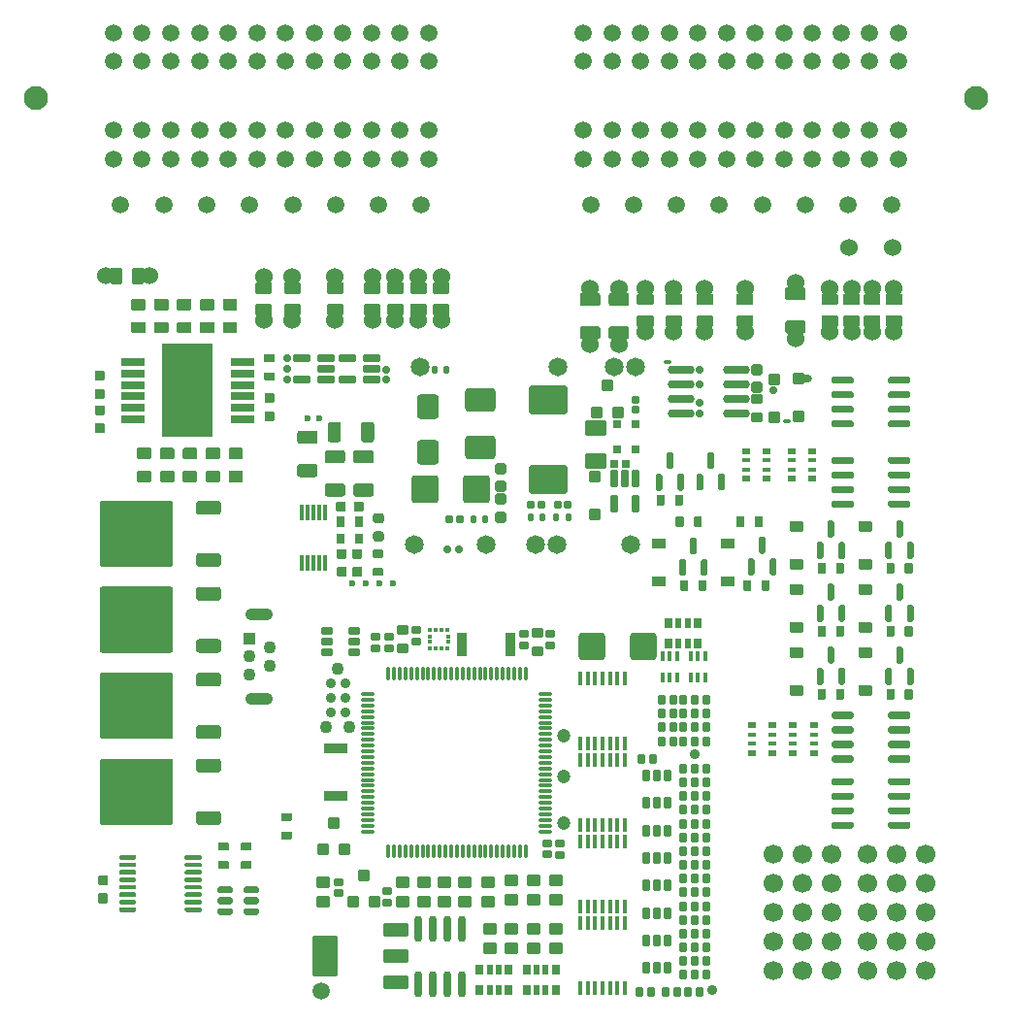
<source format=gts>
G75*
G70*
%OFA0B0*%
%FSLAX25Y25*%
%IPPOS*%
%LPD*%
%AMOC8*
5,1,8,0,0,1.08239X$1,22.5*
%
%AMM146*
21,1,0.027170,0.052760,-0.000000,-0.000000,90.000000*
21,1,0.017320,0.062600,-0.000000,-0.000000,90.000000*
1,1,0.009840,0.026380,0.008660*
1,1,0.009840,0.026380,-0.008660*
1,1,0.009840,-0.026380,-0.008660*
1,1,0.009840,-0.026380,0.008660*
%
%AMM177*
21,1,0.092130,0.073230,0.000000,-0.000000,180.000000*
21,1,0.069290,0.096060,0.000000,-0.000000,180.000000*
1,1,0.022840,-0.034650,0.036610*
1,1,0.022840,0.034650,0.036610*
1,1,0.022840,0.034650,-0.036610*
1,1,0.022840,-0.034650,-0.036610*
%
%AMM178*
21,1,0.100000,0.111020,0.000000,-0.000000,270.000000*
21,1,0.075590,0.135430,0.000000,-0.000000,270.000000*
1,1,0.024410,-0.055510,-0.037800*
1,1,0.024410,-0.055510,0.037800*
1,1,0.024410,0.055510,0.037800*
1,1,0.024410,0.055510,-0.037800*
%
%AMM179*
21,1,0.080320,0.083460,0.000000,-0.000000,270.000000*
21,1,0.059840,0.103940,0.000000,-0.000000,270.000000*
1,1,0.020470,-0.041730,-0.029920*
1,1,0.020470,-0.041730,0.029920*
1,1,0.020470,0.041730,0.029920*
1,1,0.020470,0.041730,-0.029920*
%
%AMM180*
21,1,0.084250,0.053540,0.000000,-0.000000,90.000000*
21,1,0.065350,0.072440,0.000000,-0.000000,90.000000*
1,1,0.018900,0.026770,0.032680*
1,1,0.018900,0.026770,-0.032680*
1,1,0.018900,-0.026770,-0.032680*
1,1,0.018900,-0.026770,0.032680*
%
%AMM181*
21,1,0.040950,0.030320,0.000000,-0.000000,0.000000*
21,1,0.028350,0.042910,0.000000,-0.000000,0.000000*
1,1,0.012600,0.014170,-0.015160*
1,1,0.012600,-0.014170,-0.015160*
1,1,0.012600,-0.014170,0.015160*
1,1,0.012600,0.014170,0.015160*
%
%AMM182*
21,1,0.027170,0.052760,0.000000,-0.000000,180.000000*
21,1,0.017320,0.062600,0.000000,-0.000000,180.000000*
1,1,0.009840,-0.008660,0.026380*
1,1,0.009840,0.008660,0.026380*
1,1,0.009840,0.008660,-0.026380*
1,1,0.009840,-0.008660,-0.026380*
%
%AMM183*
21,1,0.041340,0.026770,0.000000,-0.000000,270.000000*
21,1,0.029130,0.038980,0.000000,-0.000000,270.000000*
1,1,0.012210,-0.013390,-0.014570*
1,1,0.012210,-0.013390,0.014570*
1,1,0.012210,0.013390,0.014570*
1,1,0.012210,0.013390,-0.014570*
%
%AMM184*
21,1,0.076380,0.036220,0.000000,-0.000000,0.000000*
21,1,0.061810,0.050790,0.000000,-0.000000,0.000000*
1,1,0.014570,0.030910,-0.018110*
1,1,0.014570,-0.030910,-0.018110*
1,1,0.014570,-0.030910,0.018110*
1,1,0.014570,0.030910,0.018110*
%
%AMM185*
21,1,0.038980,0.026770,0.000000,-0.000000,270.000000*
21,1,0.026770,0.038980,0.000000,-0.000000,270.000000*
1,1,0.012210,-0.013390,-0.013390*
1,1,0.012210,-0.013390,0.013390*
1,1,0.012210,0.013390,0.013390*
1,1,0.012210,0.013390,-0.013390*
%
%AMM186*
21,1,0.021260,0.016540,0.000000,-0.000000,180.000000*
21,1,0.012600,0.025200,0.000000,-0.000000,180.000000*
1,1,0.008660,-0.006300,0.008270*
1,1,0.008660,0.006300,0.008270*
1,1,0.008660,0.006300,-0.008270*
1,1,0.008660,-0.006300,-0.008270*
%
%AMM187*
21,1,0.029130,0.018900,0.000000,-0.000000,0.000000*
21,1,0.018900,0.029130,0.000000,-0.000000,0.000000*
1,1,0.010240,0.009450,-0.009450*
1,1,0.010240,-0.009450,-0.009450*
1,1,0.010240,-0.009450,0.009450*
1,1,0.010240,0.009450,0.009450*
%
%AMM188*
21,1,0.025200,0.019680,0.000000,-0.000000,270.000000*
21,1,0.015750,0.029130,0.000000,-0.000000,270.000000*
1,1,0.009450,-0.009840,-0.007870*
1,1,0.009450,-0.009840,0.007870*
1,1,0.009450,0.009840,0.007870*
1,1,0.009450,0.009840,-0.007870*
%
%AMM189*
21,1,0.025200,0.019680,0.000000,-0.000000,180.000000*
21,1,0.015750,0.029130,0.000000,-0.000000,180.000000*
1,1,0.009450,-0.007870,0.009840*
1,1,0.009450,0.007870,0.009840*
1,1,0.009450,0.007870,-0.009840*
1,1,0.009450,-0.007870,-0.009840*
%
%AMM216*
21,1,0.029530,0.026380,-0.000000,0.000000,0.000000*
21,1,0.020470,0.035430,-0.000000,0.000000,0.000000*
1,1,0.009060,0.010240,-0.013190*
1,1,0.009060,-0.010240,-0.013190*
1,1,0.009060,-0.010240,0.013190*
1,1,0.009060,0.010240,0.013190*
%
%AMM217*
21,1,0.021650,0.027950,-0.000000,0.000000,0.000000*
21,1,0.014170,0.035430,-0.000000,0.000000,0.000000*
1,1,0.007480,0.007090,-0.013980*
1,1,0.007480,-0.007090,-0.013980*
1,1,0.007480,-0.007090,0.013980*
1,1,0.007480,0.007090,0.013980*
%
%AMM218*
21,1,0.016540,0.028980,-0.000000,0.000000,180.000000*
21,1,0.010080,0.035430,-0.000000,0.000000,180.000000*
1,1,0.006460,-0.005040,0.014490*
1,1,0.006460,0.005040,0.014490*
1,1,0.006460,0.005040,-0.014490*
1,1,0.006460,-0.005040,-0.014490*
%
%AMM219*
21,1,0.027560,0.030710,-0.000000,0.000000,270.000000*
21,1,0.018900,0.039370,-0.000000,0.000000,270.000000*
1,1,0.008660,-0.015350,-0.009450*
1,1,0.008660,-0.015350,0.009450*
1,1,0.008660,0.015350,0.009450*
1,1,0.008660,0.015350,-0.009450*
%
%AMM220*
21,1,0.031500,0.018900,-0.000000,0.000000,180.000000*
21,1,0.022840,0.027560,-0.000000,0.000000,180.000000*
1,1,0.008660,-0.011420,0.009450*
1,1,0.008660,0.011420,0.009450*
1,1,0.008660,0.011420,-0.009450*
1,1,0.008660,-0.011420,-0.009450*
%
%AMM221*
21,1,0.035430,0.072440,-0.000000,0.000000,180.000000*
21,1,0.025200,0.082680,-0.000000,0.000000,180.000000*
1,1,0.010240,-0.012600,0.036220*
1,1,0.010240,0.012600,0.036220*
1,1,0.010240,0.012600,-0.036220*
1,1,0.010240,-0.012600,-0.036220*
%
%AMM222*
21,1,0.031500,0.018900,-0.000000,0.000000,270.000000*
21,1,0.022840,0.027560,-0.000000,0.000000,270.000000*
1,1,0.008660,-0.009450,-0.011420*
1,1,0.008660,-0.009450,0.011420*
1,1,0.008660,0.009450,0.011420*
1,1,0.008660,0.009450,-0.011420*
%
%AMM223*
21,1,0.027560,0.030710,-0.000000,0.000000,0.000000*
21,1,0.018900,0.039370,-0.000000,0.000000,0.000000*
1,1,0.008660,0.009450,-0.015350*
1,1,0.008660,-0.009450,-0.015350*
1,1,0.008660,-0.009450,0.015350*
1,1,0.008660,0.009450,0.015350*
%
%AMM224*
21,1,0.039370,0.030320,-0.000000,0.000000,0.000000*
21,1,0.028350,0.041340,-0.000000,0.000000,0.000000*
1,1,0.011020,0.014170,-0.015160*
1,1,0.011020,-0.014170,-0.015160*
1,1,0.011020,-0.014170,0.015160*
1,1,0.011020,0.014170,0.015160*
%
%AMM225*
21,1,0.047240,0.075980,-0.000000,0.000000,90.000000*
21,1,0.034650,0.088580,-0.000000,0.000000,90.000000*
1,1,0.012600,0.037990,0.017320*
1,1,0.012600,0.037990,-0.017320*
1,1,0.012600,-0.037990,-0.017320*
1,1,0.012600,-0.037990,0.017320*
%
%AMM226*
21,1,0.043310,0.035430,-0.000000,0.000000,90.000000*
21,1,0.031500,0.047240,-0.000000,0.000000,90.000000*
1,1,0.011810,0.017720,0.015750*
1,1,0.011810,0.017720,-0.015750*
1,1,0.011810,-0.017720,-0.015750*
1,1,0.011810,-0.017720,0.015750*
%
%AMM227*
21,1,0.031500,0.030710,-0.000000,0.000000,90.000000*
21,1,0.022050,0.040160,-0.000000,0.000000,90.000000*
1,1,0.009450,0.015350,0.011020*
1,1,0.009450,0.015350,-0.011020*
1,1,0.009450,-0.015350,-0.011020*
1,1,0.009450,-0.015350,0.011020*
%
%AMM228*
21,1,0.035430,0.072440,-0.000000,0.000000,90.000000*
21,1,0.025200,0.082680,-0.000000,0.000000,90.000000*
1,1,0.010240,0.036220,0.012600*
1,1,0.010240,0.036220,-0.012600*
1,1,0.010240,-0.036220,-0.012600*
1,1,0.010240,-0.036220,0.012600*
%
%AMM229*
21,1,0.141730,0.067720,-0.000000,0.000000,90.000000*
21,1,0.120870,0.088580,-0.000000,0.000000,90.000000*
1,1,0.020870,0.033860,0.060430*
1,1,0.020870,0.033860,-0.060430*
1,1,0.020870,-0.033860,-0.060430*
1,1,0.020870,-0.033860,0.060430*
%
%AMM230*
21,1,0.047240,0.075990,-0.000000,0.000000,90.000000*
21,1,0.034650,0.088580,-0.000000,0.000000,90.000000*
1,1,0.012600,0.037990,0.017320*
1,1,0.012600,0.037990,-0.017320*
1,1,0.012600,-0.037990,-0.017320*
1,1,0.012600,-0.037990,0.017320*
%
%AMM231*
21,1,0.090550,0.073230,-0.000000,0.000000,180.000000*
21,1,0.069290,0.094490,-0.000000,0.000000,180.000000*
1,1,0.021260,-0.034650,0.036610*
1,1,0.021260,0.034650,0.036610*
1,1,0.021260,0.034650,-0.036610*
1,1,0.021260,-0.034650,-0.036610*
%
%AMM260*
21,1,0.033070,0.030710,0.000000,-0.000000,270.000000*
21,1,0.022050,0.041730,0.000000,-0.000000,270.000000*
1,1,0.011020,-0.015350,-0.011020*
1,1,0.011020,-0.015350,0.011020*
1,1,0.011020,0.015350,0.011020*
1,1,0.011020,0.015350,-0.011020*
%
%ADD11R,0.07874X0.02559*%
%ADD114C,0.02913*%
%ADD115C,0.06457*%
%ADD12R,0.17717X0.31890*%
%ADD13C,0.05906*%
%ADD14C,0.06000*%
%ADD15C,0.06693*%
%ADD16R,0.03150X0.01969*%
%ADD17R,0.03150X0.01575*%
%ADD179O,0.05118X0.01260*%
%ADD18R,0.04331X0.04331*%
%ADD180O,0.01260X0.05118*%
%ADD182C,0.03494*%
%ADD185R,0.01772X0.01378*%
%ADD186R,0.01378X0.01772*%
%ADD19C,0.04331*%
%ADD198C,0.03543*%
%ADD20O,0.09449X0.04331*%
%ADD200C,0.04724*%
%ADD201C,0.04294*%
%ADD21C,0.02362*%
%ADD306M146*%
%ADD337M177*%
%ADD338M178*%
%ADD339M179*%
%ADD340M180*%
%ADD341M181*%
%ADD342M182*%
%ADD343M183*%
%ADD344M184*%
%ADD345M185*%
%ADD346M186*%
%ADD347M187*%
%ADD348M188*%
%ADD349M189*%
%ADD360R,0.01181X0.05512*%
%ADD380M216*%
%ADD381M217*%
%ADD382M218*%
%ADD383O,0.01575X0.04724*%
%ADD384M219*%
%ADD385M220*%
%ADD386M221*%
%ADD387M222*%
%ADD388M223*%
%ADD389M224*%
%ADD390O,0.02756X0.09055*%
%ADD391M225*%
%ADD392M226*%
%ADD393M227*%
%ADD394M228*%
%ADD395M229*%
%ADD396M230*%
%ADD397M231*%
%ADD428O,0.02520X0.01535*%
%ADD429O,0.03307X0.01339*%
%ADD430O,0.04488X0.02520*%
%ADD432O,0.09213X0.02913*%
%ADD438M260*%
%ADD54O,0.02756X0.00787*%
%ADD56O,0.03937X0.01969*%
%ADD57O,0.01969X0.00984*%
%ADD64C,0.08268*%
X0000000Y0000000D02*
%LPD*%
G01*
G36*
G01*
X0087244Y0229350D02*
X0089921Y0229350D01*
G75*
G02*
X0090256Y0229016I0000000J-000335D01*
G01*
X0090256Y0226339D01*
G75*
G02*
X0089921Y0226004I-000335J0000000D01*
G01*
X0087244Y0226004D01*
G75*
G02*
X0086909Y0226339I0000000J0000335D01*
G01*
X0086909Y0229016D01*
G75*
G02*
X0087244Y0229350I0000335J0000000D01*
G01*
G37*
G36*
G01*
X0087244Y0223130D02*
X0089921Y0223130D01*
G75*
G02*
X0090256Y0222795I0000000J-000335D01*
G01*
X0090256Y0220118D01*
G75*
G02*
X0089921Y0219783I-000335J0000000D01*
G01*
X0087244Y0219783D01*
G75*
G02*
X0086909Y0220118I0000000J0000335D01*
G01*
X0086909Y0222795D01*
G75*
G02*
X0087244Y0223130I0000335J0000000D01*
G01*
G37*
D11*
X0041634Y0240157D03*
X0041634Y0236220D03*
X0041634Y0232283D03*
X0041634Y0228346D03*
X0041634Y0224409D03*
X0041634Y0220472D03*
X0079429Y0220472D03*
X0079429Y0224409D03*
X0079429Y0228346D03*
X0079429Y0232283D03*
X0079429Y0236220D03*
X0079429Y0240157D03*
D12*
X0060531Y0230315D03*
D64*
X0008481Y0330774D03*
X0331316Y0330774D03*
D13*
X0304741Y0353214D03*
X0294899Y0353214D03*
X0285056Y0353214D03*
X0275214Y0353214D03*
X0265371Y0353214D03*
X0255529Y0353214D03*
X0245686Y0353214D03*
X0235844Y0353214D03*
X0226001Y0353214D03*
X0216159Y0353214D03*
X0206316Y0353214D03*
X0196473Y0353214D03*
X0304741Y0343372D03*
X0294899Y0343372D03*
X0285056Y0343372D03*
X0275214Y0343372D03*
X0265371Y0343372D03*
X0255529Y0343372D03*
X0245686Y0343372D03*
X0235844Y0343372D03*
X0226001Y0343372D03*
X0216159Y0343372D03*
X0206316Y0343372D03*
X0196473Y0343372D03*
X0304741Y0319750D03*
X0294899Y0319750D03*
X0285056Y0319750D03*
X0275214Y0319750D03*
X0265371Y0319750D03*
X0255529Y0319750D03*
X0245686Y0319750D03*
X0235844Y0319750D03*
X0226001Y0319750D03*
X0216159Y0319750D03*
X0206316Y0319750D03*
X0196473Y0319750D03*
X0304741Y0309907D03*
X0294899Y0309907D03*
X0285056Y0309907D03*
X0275214Y0309907D03*
X0265371Y0309907D03*
X0255529Y0309907D03*
X0245686Y0309907D03*
X0235844Y0309907D03*
X0226001Y0309907D03*
X0216159Y0309907D03*
X0206316Y0309907D03*
X0196473Y0309907D03*
X0302281Y0294159D03*
X0287517Y0294159D03*
X0272753Y0294159D03*
X0257989Y0294159D03*
X0243225Y0294159D03*
X0228462Y0294159D03*
X0213698Y0294159D03*
X0198934Y0294159D03*
X0143324Y0353214D03*
X0133481Y0353214D03*
X0123639Y0353214D03*
X0113796Y0353214D03*
X0103954Y0353214D03*
X0094111Y0353214D03*
X0084269Y0353214D03*
X0074426Y0353214D03*
X0064584Y0353214D03*
X0054741Y0353214D03*
X0044899Y0353214D03*
X0035056Y0353214D03*
X0143324Y0343372D03*
X0133481Y0343372D03*
X0123639Y0343372D03*
X0113796Y0343372D03*
X0103954Y0343372D03*
X0094111Y0343372D03*
X0084269Y0343372D03*
X0074426Y0343372D03*
X0064584Y0343372D03*
X0054741Y0343372D03*
X0044899Y0343372D03*
X0035056Y0343372D03*
X0143324Y0319750D03*
X0133481Y0319750D03*
X0123639Y0319750D03*
X0113796Y0319750D03*
X0103954Y0319750D03*
X0094111Y0319750D03*
X0084269Y0319750D03*
X0074426Y0319750D03*
X0064584Y0319750D03*
X0054741Y0319750D03*
X0044899Y0319750D03*
X0035056Y0319750D03*
X0143324Y0309907D03*
X0133481Y0309907D03*
X0123639Y0309907D03*
X0113796Y0309907D03*
X0103954Y0309907D03*
X0094111Y0309907D03*
X0084269Y0309907D03*
X0074426Y0309907D03*
X0064584Y0309907D03*
X0054741Y0309907D03*
X0044899Y0309907D03*
X0035056Y0309907D03*
X0140863Y0294159D03*
X0126099Y0294159D03*
X0111336Y0294159D03*
X0096572Y0294159D03*
X0081808Y0294159D03*
X0067044Y0294159D03*
X0052281Y0294159D03*
X0037517Y0294159D03*
D14*
X0131890Y0269311D03*
G36*
G01*
X0129429Y0267520D02*
X0134350Y0267520D01*
G75*
G02*
X0134744Y0267126I0000000J-000394D01*
G01*
X0134744Y0263976D01*
G75*
G02*
X0134350Y0263583I-000394J0000000D01*
G01*
X0129429Y0263583D01*
G75*
G02*
X0129035Y0263976I0000000J0000394D01*
G01*
X0129035Y0267126D01*
G75*
G02*
X0129429Y0267520I0000394J0000000D01*
G01*
G37*
G36*
G01*
X0129429Y0260039D02*
X0134350Y0260039D01*
G75*
G02*
X0134744Y0259646I0000000J-000394D01*
G01*
X0134744Y0256496D01*
G75*
G02*
X0134350Y0256102I-000394J0000000D01*
G01*
X0129429Y0256102D01*
G75*
G02*
X0129035Y0256496I0000000J0000394D01*
G01*
X0129035Y0259646D01*
G75*
G02*
X0129429Y0260039I0000394J0000000D01*
G01*
G37*
X0131890Y0254311D03*
G36*
G01*
X0071260Y0198819D02*
X0067126Y0198819D01*
G75*
G02*
X0066732Y0199213I0000000J0000394D01*
G01*
X0066732Y0202362D01*
G75*
G02*
X0067126Y0202756I0000394J0000000D01*
G01*
X0071260Y0202756D01*
G75*
G02*
X0071654Y0202362I0000000J-000394D01*
G01*
X0071654Y0199213D01*
G75*
G02*
X0071260Y0198819I-000394J0000000D01*
G01*
G37*
G36*
G01*
X0071260Y0206693D02*
X0067126Y0206693D01*
G75*
G02*
X0066732Y0207087I0000000J0000394D01*
G01*
X0066732Y0210236D01*
G75*
G02*
X0067126Y0210630I0000394J0000000D01*
G01*
X0071260Y0210630D01*
G75*
G02*
X0071654Y0210236I0000000J-000394D01*
G01*
X0071654Y0207087D01*
G75*
G02*
X0071260Y0206693I-000394J0000000D01*
G01*
G37*
D15*
X0294063Y0031024D03*
X0294063Y0041024D03*
X0294063Y0051024D03*
X0294063Y0061024D03*
X0294063Y0071024D03*
X0304063Y0031024D03*
X0304063Y0041024D03*
X0304063Y0051024D03*
X0304063Y0061024D03*
X0304063Y0071024D03*
X0314063Y0031024D03*
X0314063Y0041024D03*
X0314063Y0051024D03*
X0314063Y0061024D03*
X0314063Y0071024D03*
D14*
X0032244Y0269685D03*
G36*
G01*
X0034035Y0267224D02*
X0034035Y0272146D01*
G75*
G02*
X0034429Y0272539I0000394J0000000D01*
G01*
X0037579Y0272539D01*
G75*
G02*
X0037972Y0272146I0000000J-000394D01*
G01*
X0037972Y0267224D01*
G75*
G02*
X0037579Y0266831I-000394J0000000D01*
G01*
X0034429Y0266831D01*
G75*
G02*
X0034035Y0267224I0000000J0000394D01*
G01*
G37*
G36*
G01*
X0041516Y0267224D02*
X0041516Y0272146D01*
G75*
G02*
X0041910Y0272539I0000394J0000000D01*
G01*
X0045059Y0272539D01*
G75*
G02*
X0045453Y0272146I0000000J-000394D01*
G01*
X0045453Y0267224D01*
G75*
G02*
X0045059Y0266831I-000394J0000000D01*
G01*
X0041910Y0266831D01*
G75*
G02*
X0041516Y0267224I0000000J0000394D01*
G01*
G37*
X0047244Y0269685D03*
G36*
G01*
X0079134Y0198819D02*
X0075000Y0198819D01*
G75*
G02*
X0074606Y0199213I0000000J0000394D01*
G01*
X0074606Y0202362D01*
G75*
G02*
X0075000Y0202756I0000394J0000000D01*
G01*
X0079134Y0202756D01*
G75*
G02*
X0079528Y0202362I0000000J-000394D01*
G01*
X0079528Y0199213D01*
G75*
G02*
X0079134Y0198819I-000394J0000000D01*
G01*
G37*
G36*
G01*
X0079134Y0206693D02*
X0075000Y0206693D01*
G75*
G02*
X0074606Y0207087I0000000J0000394D01*
G01*
X0074606Y0210236D01*
G75*
G02*
X0075000Y0210630I0000394J0000000D01*
G01*
X0079134Y0210630D01*
G75*
G02*
X0079528Y0210236I0000000J-000394D01*
G01*
X0079528Y0207087D01*
G75*
G02*
X0079134Y0206693I-000394J0000000D01*
G01*
G37*
G36*
G01*
X0231102Y0166634D02*
X0229921Y0166634D01*
G75*
G02*
X0229331Y0167224I0000000J0000591D01*
G01*
X0229331Y0171850D01*
G75*
G02*
X0229921Y0172441I0000591J0000000D01*
G01*
X0231102Y0172441D01*
G75*
G02*
X0231693Y0171850I0000000J-000591D01*
G01*
X0231693Y0167224D01*
G75*
G02*
X0231102Y0166634I-000591J0000000D01*
G01*
G37*
G36*
G01*
X0234843Y0174016D02*
X0233661Y0174016D01*
G75*
G02*
X0233071Y0174606I0000000J0000591D01*
G01*
X0233071Y0179232D01*
G75*
G02*
X0233661Y0179823I0000591J0000000D01*
G01*
X0234843Y0179823D01*
G75*
G02*
X0235433Y0179232I0000000J-000591D01*
G01*
X0235433Y0174606D01*
G75*
G02*
X0234843Y0174016I-000591J0000000D01*
G01*
G37*
G36*
G01*
X0238583Y0166634D02*
X0237402Y0166634D01*
G75*
G02*
X0236811Y0167224I0000000J0000591D01*
G01*
X0236811Y0171850D01*
G75*
G02*
X0237402Y0172441I0000591J0000000D01*
G01*
X0238583Y0172441D01*
G75*
G02*
X0239173Y0171850I0000000J-000591D01*
G01*
X0239173Y0167224D01*
G75*
G02*
X0238583Y0166634I-000591J0000000D01*
G01*
G37*
X0124016Y0269311D03*
G36*
G01*
X0121555Y0267520D02*
X0126476Y0267520D01*
G75*
G02*
X0126870Y0267126I0000000J-000394D01*
G01*
X0126870Y0263976D01*
G75*
G02*
X0126476Y0263583I-000394J0000000D01*
G01*
X0121555Y0263583D01*
G75*
G02*
X0121161Y0263976I0000000J0000394D01*
G01*
X0121161Y0267126D01*
G75*
G02*
X0121555Y0267520I0000394J0000000D01*
G01*
G37*
G36*
G01*
X0121555Y0260039D02*
X0126476Y0260039D01*
G75*
G02*
X0126870Y0259646I0000000J-000394D01*
G01*
X0126870Y0256496D01*
G75*
G02*
X0126476Y0256102I-000394J0000000D01*
G01*
X0121555Y0256102D01*
G75*
G02*
X0121161Y0256496I0000000J0000394D01*
G01*
X0121161Y0259646D01*
G75*
G02*
X0121555Y0260039I0000394J0000000D01*
G01*
G37*
X0124016Y0254311D03*
G36*
G01*
X0301969Y0150886D02*
X0300787Y0150886D01*
G75*
G02*
X0300197Y0151476I0000000J0000591D01*
G01*
X0300197Y0156102D01*
G75*
G02*
X0300787Y0156693I0000591J0000000D01*
G01*
X0301969Y0156693D01*
G75*
G02*
X0302559Y0156102I0000000J-000591D01*
G01*
X0302559Y0151476D01*
G75*
G02*
X0301969Y0150886I-000591J0000000D01*
G01*
G37*
G36*
G01*
X0305709Y0158268D02*
X0304528Y0158268D01*
G75*
G02*
X0303937Y0158858I0000000J0000591D01*
G01*
X0303937Y0163484D01*
G75*
G02*
X0304528Y0164075I0000591J0000000D01*
G01*
X0305709Y0164075D01*
G75*
G02*
X0306299Y0163484I0000000J-000591D01*
G01*
X0306299Y0158858D01*
G75*
G02*
X0305709Y0158268I-000591J0000000D01*
G01*
G37*
G36*
G01*
X0309449Y0150886D02*
X0308268Y0150886D01*
G75*
G02*
X0307677Y0151476I0000000J0000591D01*
G01*
X0307677Y0156102D01*
G75*
G02*
X0308268Y0156693I0000591J0000000D01*
G01*
X0309449Y0156693D01*
G75*
G02*
X0310039Y0156102I0000000J-000591D01*
G01*
X0310039Y0151476D01*
G75*
G02*
X0309449Y0150886I-000591J0000000D01*
G01*
G37*
G36*
G01*
X0254724Y0166880D02*
X0253543Y0166880D01*
G75*
G02*
X0252953Y0167470I0000000J0000591D01*
G01*
X0252953Y0172096D01*
G75*
G02*
X0253543Y0172687I0000591J0000000D01*
G01*
X0254724Y0172687D01*
G75*
G02*
X0255315Y0172096I0000000J-000591D01*
G01*
X0255315Y0167470D01*
G75*
G02*
X0254724Y0166880I-000591J0000000D01*
G01*
G37*
G36*
G01*
X0258465Y0174262D02*
X0257283Y0174262D01*
G75*
G02*
X0256693Y0174852I0000000J0000591D01*
G01*
X0256693Y0179478D01*
G75*
G02*
X0257283Y0180069I0000591J0000000D01*
G01*
X0258465Y0180069D01*
G75*
G02*
X0259055Y0179478I0000000J-000591D01*
G01*
X0259055Y0174852D01*
G75*
G02*
X0258465Y0174262I-000591J0000000D01*
G01*
G37*
G36*
G01*
X0262205Y0166880D02*
X0261024Y0166880D01*
G75*
G02*
X0260433Y0167470I0000000J0000591D01*
G01*
X0260433Y0172096D01*
G75*
G02*
X0261024Y0172687I0000591J0000000D01*
G01*
X0262205Y0172687D01*
G75*
G02*
X0262795Y0172096I0000000J-000591D01*
G01*
X0262795Y0167470D01*
G75*
G02*
X0262205Y0166880I-000591J0000000D01*
G01*
G37*
G36*
G01*
X0031654Y0215689D02*
X0028976Y0215689D01*
G75*
G02*
X0028642Y0216024I0000000J0000335D01*
G01*
X0028642Y0218701D01*
G75*
G02*
X0028976Y0219035I0000335J0000000D01*
G01*
X0031654Y0219035D01*
G75*
G02*
X0031988Y0218701I0000000J-000335D01*
G01*
X0031988Y0216024D01*
G75*
G02*
X0031654Y0215689I-000335J0000000D01*
G01*
G37*
G36*
G01*
X0031654Y0221909D02*
X0028976Y0221909D01*
G75*
G02*
X0028642Y0222244I0000000J0000335D01*
G01*
X0028642Y0224921D01*
G75*
G02*
X0028976Y0225256I0000335J0000000D01*
G01*
X0031654Y0225256D01*
G75*
G02*
X0031988Y0224921I0000000J-000335D01*
G01*
X0031988Y0222244D01*
G75*
G02*
X0031654Y0221909I-000335J0000000D01*
G01*
G37*
G36*
G01*
X0281693Y0205728D02*
X0281693Y0206909D01*
G75*
G02*
X0282283Y0207500I0000591J0000000D01*
G01*
X0288780Y0207500D01*
G75*
G02*
X0289370Y0206909I0000000J-000591D01*
G01*
X0289370Y0205728D01*
G75*
G02*
X0288780Y0205138I-000591J0000000D01*
G01*
X0282283Y0205138D01*
G75*
G02*
X0281693Y0205728I0000000J0000591D01*
G01*
G37*
G36*
G01*
X0281693Y0200728D02*
X0281693Y0201909D01*
G75*
G02*
X0282283Y0202500I0000591J0000000D01*
G01*
X0288780Y0202500D01*
G75*
G02*
X0289370Y0201909I0000000J-000591D01*
G01*
X0289370Y0200728D01*
G75*
G02*
X0288780Y0200138I-000591J0000000D01*
G01*
X0282283Y0200138D01*
G75*
G02*
X0281693Y0200728I0000000J0000591D01*
G01*
G37*
G36*
G01*
X0281693Y0195728D02*
X0281693Y0196909D01*
G75*
G02*
X0282283Y0197500I0000591J0000000D01*
G01*
X0288780Y0197500D01*
G75*
G02*
X0289370Y0196909I0000000J-000591D01*
G01*
X0289370Y0195728D01*
G75*
G02*
X0288780Y0195138I-000591J0000000D01*
G01*
X0282283Y0195138D01*
G75*
G02*
X0281693Y0195728I0000000J0000591D01*
G01*
G37*
G36*
G01*
X0281693Y0190728D02*
X0281693Y0191909D01*
G75*
G02*
X0282283Y0192500I0000591J0000000D01*
G01*
X0288780Y0192500D01*
G75*
G02*
X0289370Y0191909I0000000J-000591D01*
G01*
X0289370Y0190728D01*
G75*
G02*
X0288780Y0190138I-000591J0000000D01*
G01*
X0282283Y0190138D01*
G75*
G02*
X0281693Y0190728I0000000J0000591D01*
G01*
G37*
G36*
G01*
X0301181Y0190728D02*
X0301181Y0191909D01*
G75*
G02*
X0301772Y0192500I0000591J0000000D01*
G01*
X0308268Y0192500D01*
G75*
G02*
X0308858Y0191909I0000000J-000591D01*
G01*
X0308858Y0190728D01*
G75*
G02*
X0308268Y0190138I-000591J0000000D01*
G01*
X0301772Y0190138D01*
G75*
G02*
X0301181Y0190728I0000000J0000591D01*
G01*
G37*
G36*
G01*
X0301181Y0195728D02*
X0301181Y0196909D01*
G75*
G02*
X0301772Y0197500I0000591J0000000D01*
G01*
X0308268Y0197500D01*
G75*
G02*
X0308858Y0196909I0000000J-000591D01*
G01*
X0308858Y0195728D01*
G75*
G02*
X0308268Y0195138I-000591J0000000D01*
G01*
X0301772Y0195138D01*
G75*
G02*
X0301181Y0195728I0000000J0000591D01*
G01*
G37*
G36*
G01*
X0301181Y0200728D02*
X0301181Y0201909D01*
G75*
G02*
X0301772Y0202500I0000591J0000000D01*
G01*
X0308268Y0202500D01*
G75*
G02*
X0308858Y0201909I0000000J-000591D01*
G01*
X0308858Y0200728D01*
G75*
G02*
X0308268Y0200138I-000591J0000000D01*
G01*
X0301772Y0200138D01*
G75*
G02*
X0301181Y0200728I0000000J0000591D01*
G01*
G37*
G36*
G01*
X0301181Y0205728D02*
X0301181Y0206909D01*
G75*
G02*
X0301772Y0207500I0000591J0000000D01*
G01*
X0308268Y0207500D01*
G75*
G02*
X0308858Y0206909I0000000J-000591D01*
G01*
X0308858Y0205728D01*
G75*
G02*
X0308268Y0205138I-000591J0000000D01*
G01*
X0301772Y0205138D01*
G75*
G02*
X0301181Y0205728I0000000J0000591D01*
G01*
G37*
G36*
G01*
X0229724Y0161850D02*
X0229724Y0164921D01*
G75*
G02*
X0230000Y0165197I0000276J0000000D01*
G01*
X0232205Y0165197D01*
G75*
G02*
X0232480Y0164921I0000000J-000276D01*
G01*
X0232480Y0161850D01*
G75*
G02*
X0232205Y0161575I-000276J0000000D01*
G01*
X0230000Y0161575D01*
G75*
G02*
X0229724Y0161850I0000000J0000276D01*
G01*
G37*
G36*
G01*
X0236024Y0161850D02*
X0236024Y0164921D01*
G75*
G02*
X0236299Y0165197I0000276J0000000D01*
G01*
X0238504Y0165197D01*
G75*
G02*
X0238780Y0164921I0000000J-000276D01*
G01*
X0238780Y0161850D01*
G75*
G02*
X0238504Y0161575I-000276J0000000D01*
G01*
X0236299Y0161575D01*
G75*
G02*
X0236024Y0161850I0000000J0000276D01*
G01*
G37*
G36*
G01*
X0300591Y0124449D02*
X0300591Y0127520D01*
G75*
G02*
X0300866Y0127795I0000276J0000000D01*
G01*
X0303071Y0127795D01*
G75*
G02*
X0303346Y0127520I0000000J-000276D01*
G01*
X0303346Y0124449D01*
G75*
G02*
X0303071Y0124173I-000276J0000000D01*
G01*
X0300866Y0124173D01*
G75*
G02*
X0300591Y0124449I0000000J0000276D01*
G01*
G37*
G36*
G01*
X0306890Y0124449D02*
X0306890Y0127520D01*
G75*
G02*
X0307165Y0127795I0000276J0000000D01*
G01*
X0309370Y0127795D01*
G75*
G02*
X0309646Y0127520I0000000J-000276D01*
G01*
X0309646Y0124449D01*
G75*
G02*
X0309370Y0124173I-000276J0000000D01*
G01*
X0307165Y0124173D01*
G75*
G02*
X0306890Y0124449I0000000J0000276D01*
G01*
G37*
G36*
G01*
X0223031Y0195915D02*
X0221850Y0195915D01*
G75*
G02*
X0221260Y0196506I0000000J0000591D01*
G01*
X0221260Y0201132D01*
G75*
G02*
X0221850Y0201722I0000591J0000000D01*
G01*
X0223031Y0201722D01*
G75*
G02*
X0223622Y0201132I0000000J-000591D01*
G01*
X0223622Y0196506D01*
G75*
G02*
X0223031Y0195915I-000591J0000000D01*
G01*
G37*
G36*
G01*
X0226772Y0203297D02*
X0225591Y0203297D01*
G75*
G02*
X0225000Y0203888I0000000J0000591D01*
G01*
X0225000Y0208514D01*
G75*
G02*
X0225591Y0209104I0000591J0000000D01*
G01*
X0226772Y0209104D01*
G75*
G02*
X0227362Y0208514I0000000J-000591D01*
G01*
X0227362Y0203888D01*
G75*
G02*
X0226772Y0203297I-000591J0000000D01*
G01*
G37*
G36*
G01*
X0230512Y0195915D02*
X0229331Y0195915D01*
G75*
G02*
X0228740Y0196506I0000000J0000591D01*
G01*
X0228740Y0201132D01*
G75*
G02*
X0229331Y0201722I0000591J0000000D01*
G01*
X0230512Y0201722D01*
G75*
G02*
X0231102Y0201132I0000000J-000591D01*
G01*
X0231102Y0196506D01*
G75*
G02*
X0230512Y0195915I-000591J0000000D01*
G01*
G37*
X0086614Y0269311D03*
G36*
G01*
X0084154Y0267520D02*
X0089075Y0267520D01*
G75*
G02*
X0089469Y0267126I0000000J-000394D01*
G01*
X0089469Y0263976D01*
G75*
G02*
X0089075Y0263583I-000394J0000000D01*
G01*
X0084154Y0263583D01*
G75*
G02*
X0083760Y0263976I0000000J0000394D01*
G01*
X0083760Y0267126D01*
G75*
G02*
X0084154Y0267520I0000394J0000000D01*
G01*
G37*
G36*
G01*
X0084154Y0260039D02*
X0089075Y0260039D01*
G75*
G02*
X0089469Y0259646I0000000J-000394D01*
G01*
X0089469Y0256496D01*
G75*
G02*
X0089075Y0256102I-000394J0000000D01*
G01*
X0084154Y0256102D01*
G75*
G02*
X0083760Y0256496I0000000J0000394D01*
G01*
X0083760Y0259646D01*
G75*
G02*
X0084154Y0260039I0000394J0000000D01*
G01*
G37*
X0086614Y0254311D03*
X0208661Y0265551D03*
G36*
G01*
X0205118Y0260256D02*
X0205118Y0262972D01*
G75*
G02*
X0206024Y0263878I0000906J0000000D01*
G01*
X0211299Y0263878D01*
G75*
G02*
X0212205Y0262972I0000000J-000906D01*
G01*
X0212205Y0260256D01*
G75*
G02*
X0211299Y0259350I-000906J0000000D01*
G01*
X0206024Y0259350D01*
G75*
G02*
X0205118Y0260256I0000000J0000906D01*
G01*
G37*
G36*
G01*
X0205118Y0248839D02*
X0205118Y0251555D01*
G75*
G02*
X0206024Y0252461I0000906J0000000D01*
G01*
X0211299Y0252461D01*
G75*
G02*
X0212205Y0251555I0000000J-000906D01*
G01*
X0212205Y0248839D01*
G75*
G02*
X0211299Y0247933I-000906J0000000D01*
G01*
X0206024Y0247933D01*
G75*
G02*
X0205118Y0248839I0000000J0000906D01*
G01*
G37*
X0208661Y0246260D03*
G36*
G01*
X0300591Y0167756D02*
X0300591Y0170827D01*
G75*
G02*
X0300866Y0171102I0000276J0000000D01*
G01*
X0303071Y0171102D01*
G75*
G02*
X0303346Y0170827I0000000J-000276D01*
G01*
X0303346Y0167756D01*
G75*
G02*
X0303071Y0167480I-000276J0000000D01*
G01*
X0300866Y0167480D01*
G75*
G02*
X0300591Y0167756I0000000J0000276D01*
G01*
G37*
G36*
G01*
X0306890Y0167756D02*
X0306890Y0170827D01*
G75*
G02*
X0307165Y0171102I0000276J0000000D01*
G01*
X0309370Y0171102D01*
G75*
G02*
X0309646Y0170827I0000000J-000276D01*
G01*
X0309646Y0167756D01*
G75*
G02*
X0309370Y0167480I-000276J0000000D01*
G01*
X0307165Y0167480D01*
G75*
G02*
X0306890Y0167756I0000000J0000276D01*
G01*
G37*
G36*
G01*
X0276969Y0124449D02*
X0276969Y0127520D01*
G75*
G02*
X0277244Y0127795I0000276J0000000D01*
G01*
X0279449Y0127795D01*
G75*
G02*
X0279724Y0127520I0000000J-000276D01*
G01*
X0279724Y0124449D01*
G75*
G02*
X0279449Y0124173I-000276J0000000D01*
G01*
X0277244Y0124173D01*
G75*
G02*
X0276969Y0124449I0000000J0000276D01*
G01*
G37*
G36*
G01*
X0283268Y0124449D02*
X0283268Y0127520D01*
G75*
G02*
X0283543Y0127795I0000276J0000000D01*
G01*
X0285748Y0127795D01*
G75*
G02*
X0286024Y0127520I0000000J-000276D01*
G01*
X0286024Y0124449D01*
G75*
G02*
X0285748Y0124173I-000276J0000000D01*
G01*
X0283543Y0124173D01*
G75*
G02*
X0283268Y0124449I0000000J0000276D01*
G01*
G37*
X0111220Y0269311D03*
G36*
G01*
X0108760Y0267520D02*
X0113681Y0267520D01*
G75*
G02*
X0114075Y0267126I0000000J-000394D01*
G01*
X0114075Y0263976D01*
G75*
G02*
X0113681Y0263583I-000394J0000000D01*
G01*
X0108760Y0263583D01*
G75*
G02*
X0108366Y0263976I0000000J0000394D01*
G01*
X0108366Y0267126D01*
G75*
G02*
X0108760Y0267520I0000394J0000000D01*
G01*
G37*
G36*
G01*
X0108760Y0260039D02*
X0113681Y0260039D01*
G75*
G02*
X0114075Y0259646I0000000J-000394D01*
G01*
X0114075Y0256496D01*
G75*
G02*
X0113681Y0256102I-000394J0000000D01*
G01*
X0108760Y0256102D01*
G75*
G02*
X0108366Y0256496I0000000J0000394D01*
G01*
X0108366Y0259646D01*
G75*
G02*
X0108760Y0260039I0000394J0000000D01*
G01*
G37*
X0111220Y0254311D03*
G36*
G01*
X0030157Y0063839D02*
X0032835Y0063839D01*
G75*
G02*
X0033169Y0063504I0000000J-000335D01*
G01*
X0033169Y0060827D01*
G75*
G02*
X0032835Y0060492I-000335J0000000D01*
G01*
X0030157Y0060492D01*
G75*
G02*
X0029823Y0060827I0000000J0000335D01*
G01*
X0029823Y0063504D01*
G75*
G02*
X0030157Y0063839I0000335J0000000D01*
G01*
G37*
G36*
G01*
X0030157Y0057618D02*
X0032835Y0057618D01*
G75*
G02*
X0033169Y0057283I0000000J-000335D01*
G01*
X0033169Y0054606D01*
G75*
G02*
X0032835Y0054272I-000335J0000000D01*
G01*
X0030157Y0054272D01*
G75*
G02*
X0029823Y0054606I0000000J0000335D01*
G01*
X0029823Y0057283D01*
G75*
G02*
X0030157Y0057618I0000335J0000000D01*
G01*
G37*
X0269291Y0267520D03*
G36*
G01*
X0265748Y0262224D02*
X0265748Y0264941D01*
G75*
G02*
X0266654Y0265846I0000906J0000000D01*
G01*
X0271929Y0265846D01*
G75*
G02*
X0272835Y0264941I0000000J-000906D01*
G01*
X0272835Y0262224D01*
G75*
G02*
X0271929Y0261319I-000906J0000000D01*
G01*
X0266654Y0261319D01*
G75*
G02*
X0265748Y0262224I0000000J0000906D01*
G01*
G37*
G36*
G01*
X0265748Y0250807D02*
X0265748Y0253524D01*
G75*
G02*
X0266654Y0254429I0000906J0000000D01*
G01*
X0271929Y0254429D01*
G75*
G02*
X0272835Y0253524I0000000J-000906D01*
G01*
X0272835Y0250807D01*
G75*
G02*
X0271929Y0249902I-000906J0000000D01*
G01*
X0266654Y0249902D01*
G75*
G02*
X0265748Y0250807I0000000J0000906D01*
G01*
G37*
X0269291Y0248228D03*
D16*
X0275591Y0105906D03*
D17*
X0275591Y0109055D03*
X0275591Y0112205D03*
D16*
X0275591Y0115354D03*
X0268504Y0115354D03*
D17*
X0268504Y0112205D03*
X0268504Y0109055D03*
D16*
X0268504Y0105906D03*
G36*
G01*
X0281693Y0095492D02*
X0281693Y0096673D01*
G75*
G02*
X0282283Y0097264I0000591J0000000D01*
G01*
X0288780Y0097264D01*
G75*
G02*
X0289370Y0096673I0000000J-000591D01*
G01*
X0289370Y0095492D01*
G75*
G02*
X0288780Y0094902I-000591J0000000D01*
G01*
X0282283Y0094902D01*
G75*
G02*
X0281693Y0095492I0000000J0000591D01*
G01*
G37*
G36*
G01*
X0281693Y0090492D02*
X0281693Y0091673D01*
G75*
G02*
X0282283Y0092264I0000591J0000000D01*
G01*
X0288780Y0092264D01*
G75*
G02*
X0289370Y0091673I0000000J-000591D01*
G01*
X0289370Y0090492D01*
G75*
G02*
X0288780Y0089902I-000591J0000000D01*
G01*
X0282283Y0089902D01*
G75*
G02*
X0281693Y0090492I0000000J0000591D01*
G01*
G37*
G36*
G01*
X0281693Y0085492D02*
X0281693Y0086673D01*
G75*
G02*
X0282283Y0087264I0000591J0000000D01*
G01*
X0288780Y0087264D01*
G75*
G02*
X0289370Y0086673I0000000J-000591D01*
G01*
X0289370Y0085492D01*
G75*
G02*
X0288780Y0084902I-000591J0000000D01*
G01*
X0282283Y0084902D01*
G75*
G02*
X0281693Y0085492I0000000J0000591D01*
G01*
G37*
G36*
G01*
X0281693Y0080492D02*
X0281693Y0081673D01*
G75*
G02*
X0282283Y0082264I0000591J0000000D01*
G01*
X0288780Y0082264D01*
G75*
G02*
X0289370Y0081673I0000000J-000591D01*
G01*
X0289370Y0080492D01*
G75*
G02*
X0288780Y0079902I-000591J0000000D01*
G01*
X0282283Y0079902D01*
G75*
G02*
X0281693Y0080492I0000000J0000591D01*
G01*
G37*
G36*
G01*
X0301181Y0080492D02*
X0301181Y0081673D01*
G75*
G02*
X0301772Y0082264I0000591J0000000D01*
G01*
X0308268Y0082264D01*
G75*
G02*
X0308858Y0081673I0000000J-000591D01*
G01*
X0308858Y0080492D01*
G75*
G02*
X0308268Y0079902I-000591J0000000D01*
G01*
X0301772Y0079902D01*
G75*
G02*
X0301181Y0080492I0000000J0000591D01*
G01*
G37*
G36*
G01*
X0301181Y0085492D02*
X0301181Y0086673D01*
G75*
G02*
X0301772Y0087264I0000591J0000000D01*
G01*
X0308268Y0087264D01*
G75*
G02*
X0308858Y0086673I0000000J-000591D01*
G01*
X0308858Y0085492D01*
G75*
G02*
X0308268Y0084902I-000591J0000000D01*
G01*
X0301772Y0084902D01*
G75*
G02*
X0301181Y0085492I0000000J0000591D01*
G01*
G37*
G36*
G01*
X0301181Y0090492D02*
X0301181Y0091673D01*
G75*
G02*
X0301772Y0092264I0000591J0000000D01*
G01*
X0308268Y0092264D01*
G75*
G02*
X0308858Y0091673I0000000J-000591D01*
G01*
X0308858Y0090492D01*
G75*
G02*
X0308268Y0089902I-000591J0000000D01*
G01*
X0301772Y0089902D01*
G75*
G02*
X0301181Y0090492I0000000J0000591D01*
G01*
G37*
G36*
G01*
X0301181Y0095492D02*
X0301181Y0096673D01*
G75*
G02*
X0301772Y0097264I0000591J0000000D01*
G01*
X0308268Y0097264D01*
G75*
G02*
X0308858Y0096673I0000000J-000591D01*
G01*
X0308858Y0095492D01*
G75*
G02*
X0308268Y0094902I-000591J0000000D01*
G01*
X0301772Y0094902D01*
G75*
G02*
X0301181Y0095492I0000000J0000591D01*
G01*
G37*
G36*
G01*
X0301969Y0129232D02*
X0300787Y0129232D01*
G75*
G02*
X0300197Y0129823I0000000J0000591D01*
G01*
X0300197Y0134449D01*
G75*
G02*
X0300787Y0135039I0000591J0000000D01*
G01*
X0301969Y0135039D01*
G75*
G02*
X0302559Y0134449I0000000J-000591D01*
G01*
X0302559Y0129823D01*
G75*
G02*
X0301969Y0129232I-000591J0000000D01*
G01*
G37*
G36*
G01*
X0305709Y0136614D02*
X0304528Y0136614D01*
G75*
G02*
X0303937Y0137205I0000000J0000591D01*
G01*
X0303937Y0141831D01*
G75*
G02*
X0304528Y0142421I0000591J0000000D01*
G01*
X0305709Y0142421D01*
G75*
G02*
X0306299Y0141831I0000000J-000591D01*
G01*
X0306299Y0137205D01*
G75*
G02*
X0305709Y0136614I-000591J0000000D01*
G01*
G37*
G36*
G01*
X0309449Y0129232D02*
X0308268Y0129232D01*
G75*
G02*
X0307677Y0129823I0000000J0000591D01*
G01*
X0307677Y0134449D01*
G75*
G02*
X0308268Y0135039I0000591J0000000D01*
G01*
X0309449Y0135039D01*
G75*
G02*
X0310039Y0134449I0000000J-000591D01*
G01*
X0310039Y0129823D01*
G75*
G02*
X0309449Y0129232I-000591J0000000D01*
G01*
G37*
G36*
G01*
X0278346Y0172539D02*
X0277165Y0172539D01*
G75*
G02*
X0276575Y0173130I0000000J0000591D01*
G01*
X0276575Y0177756D01*
G75*
G02*
X0277165Y0178346I0000591J0000000D01*
G01*
X0278346Y0178346D01*
G75*
G02*
X0278937Y0177756I0000000J-000591D01*
G01*
X0278937Y0173130D01*
G75*
G02*
X0278346Y0172539I-000591J0000000D01*
G01*
G37*
G36*
G01*
X0282087Y0179921D02*
X0280906Y0179921D01*
G75*
G02*
X0280315Y0180512I0000000J0000591D01*
G01*
X0280315Y0185138D01*
G75*
G02*
X0280906Y0185728I0000591J0000000D01*
G01*
X0282087Y0185728D01*
G75*
G02*
X0282677Y0185138I0000000J-000591D01*
G01*
X0282677Y0180512D01*
G75*
G02*
X0282087Y0179921I-000591J0000000D01*
G01*
G37*
G36*
G01*
X0285827Y0172539D02*
X0284646Y0172539D01*
G75*
G02*
X0284055Y0173130I0000000J0000591D01*
G01*
X0284055Y0177756D01*
G75*
G02*
X0284646Y0178346I0000591J0000000D01*
G01*
X0285827Y0178346D01*
G75*
G02*
X0286417Y0177756I0000000J-000591D01*
G01*
X0286417Y0173130D01*
G75*
G02*
X0285827Y0172539I-000591J0000000D01*
G01*
G37*
G36*
G01*
X0301969Y0172539D02*
X0300787Y0172539D01*
G75*
G02*
X0300197Y0173130I0000000J0000591D01*
G01*
X0300197Y0177756D01*
G75*
G02*
X0300787Y0178346I0000591J0000000D01*
G01*
X0301969Y0178346D01*
G75*
G02*
X0302559Y0177756I0000000J-000591D01*
G01*
X0302559Y0173130D01*
G75*
G02*
X0301969Y0172539I-000591J0000000D01*
G01*
G37*
G36*
G01*
X0305709Y0179921D02*
X0304528Y0179921D01*
G75*
G02*
X0303937Y0180512I0000000J0000591D01*
G01*
X0303937Y0185138D01*
G75*
G02*
X0304528Y0185728I0000591J0000000D01*
G01*
X0305709Y0185728D01*
G75*
G02*
X0306299Y0185138I0000000J-000591D01*
G01*
X0306299Y0180512D01*
G75*
G02*
X0305709Y0179921I-000591J0000000D01*
G01*
G37*
G36*
G01*
X0309449Y0172539D02*
X0308268Y0172539D01*
G75*
G02*
X0307677Y0173130I0000000J0000591D01*
G01*
X0307677Y0177756D01*
G75*
G02*
X0308268Y0178346I0000591J0000000D01*
G01*
X0309449Y0178346D01*
G75*
G02*
X0310039Y0177756I0000000J-000591D01*
G01*
X0310039Y0173130D01*
G75*
G02*
X0309449Y0172539I-000591J0000000D01*
G01*
G37*
G36*
G01*
X0028976Y0237067D02*
X0031654Y0237067D01*
G75*
G02*
X0031988Y0236732I0000000J-000335D01*
G01*
X0031988Y0234055D01*
G75*
G02*
X0031654Y0233720I-000335J0000000D01*
G01*
X0028976Y0233720D01*
G75*
G02*
X0028642Y0234055I0000000J0000335D01*
G01*
X0028642Y0236732D01*
G75*
G02*
X0028976Y0237067I0000335J0000000D01*
G01*
G37*
G36*
G01*
X0028976Y0230846D02*
X0031654Y0230846D01*
G75*
G02*
X0031988Y0230512I0000000J-000335D01*
G01*
X0031988Y0227835D01*
G75*
G02*
X0031654Y0227500I-000335J0000000D01*
G01*
X0028976Y0227500D01*
G75*
G02*
X0028642Y0227835I0000000J0000335D01*
G01*
X0028642Y0230512D01*
G75*
G02*
X0028976Y0230846I0000335J0000000D01*
G01*
G37*
G36*
G01*
X0248071Y0162992D02*
X0244055Y0162992D01*
G75*
G02*
X0243701Y0163346I0000000J0000354D01*
G01*
X0243701Y0166181D01*
G75*
G02*
X0244055Y0166535I0000354J0000000D01*
G01*
X0248071Y0166535D01*
G75*
G02*
X0248425Y0166181I0000000J-000354D01*
G01*
X0248425Y0163346D01*
G75*
G02*
X0248071Y0162992I-000354J0000000D01*
G01*
G37*
G36*
G01*
X0248071Y0175984D02*
X0244055Y0175984D01*
G75*
G02*
X0243701Y0176339I0000000J0000354D01*
G01*
X0243701Y0179173D01*
G75*
G02*
X0244055Y0179528I0000354J0000000D01*
G01*
X0248071Y0179528D01*
G75*
G02*
X0248425Y0179173I0000000J-000354D01*
G01*
X0248425Y0176339D01*
G75*
G02*
X0248071Y0175984I-000354J0000000D01*
G01*
G37*
G36*
G01*
X0072047Y0114449D02*
X0072047Y0111693D01*
G75*
G02*
X0071063Y0110709I-000984J0000000D01*
G01*
X0064370Y0110709D01*
G75*
G02*
X0063386Y0111693I0000000J0000984D01*
G01*
X0063386Y0114449D01*
G75*
G02*
X0064370Y0115433I0000984J0000000D01*
G01*
X0071063Y0115433D01*
G75*
G02*
X0072047Y0114449I0000000J-000984D01*
G01*
G37*
G36*
G01*
X0055512Y0132480D02*
X0055512Y0111614D01*
G75*
G02*
X0054528Y0110630I-000984J0000000D01*
G01*
X0031299Y0110630D01*
G75*
G02*
X0030315Y0111614I0000000J0000984D01*
G01*
X0030315Y0132480D01*
G75*
G02*
X0031299Y0133465I0000984J0000000D01*
G01*
X0054528Y0133465D01*
G75*
G02*
X0055512Y0132480I0000000J-000984D01*
G01*
G37*
G36*
G01*
X0072047Y0132402D02*
X0072047Y0129646D01*
G75*
G02*
X0071063Y0128661I-000984J0000000D01*
G01*
X0064370Y0128661D01*
G75*
G02*
X0063386Y0129646I0000000J0000984D01*
G01*
X0063386Y0132402D01*
G75*
G02*
X0064370Y0133386I0000984J0000000D01*
G01*
X0071063Y0133386D01*
G75*
G02*
X0072047Y0132402I0000000J-000984D01*
G01*
G37*
G36*
G01*
X0074370Y0065994D02*
X0071299Y0065994D01*
G75*
G02*
X0071024Y0066270I0000000J0000276D01*
G01*
X0071024Y0068474D01*
G75*
G02*
X0071299Y0068750I0000276J0000000D01*
G01*
X0074370Y0068750D01*
G75*
G02*
X0074646Y0068474I0000000J-000276D01*
G01*
X0074646Y0066270D01*
G75*
G02*
X0074370Y0065994I-000276J0000000D01*
G01*
G37*
G36*
G01*
X0074370Y0072293D02*
X0071299Y0072293D01*
G75*
G02*
X0071024Y0072569I0000000J0000276D01*
G01*
X0071024Y0074774D01*
G75*
G02*
X0071299Y0075049I0000276J0000000D01*
G01*
X0074370Y0075049D01*
G75*
G02*
X0074646Y0074774I0000000J-000276D01*
G01*
X0074646Y0072569D01*
G75*
G02*
X0074370Y0072293I-000276J0000000D01*
G01*
G37*
G36*
G01*
X0276969Y0167756D02*
X0276969Y0170827D01*
G75*
G02*
X0277244Y0171102I0000276J0000000D01*
G01*
X0279449Y0171102D01*
G75*
G02*
X0279724Y0170827I0000000J-000276D01*
G01*
X0279724Y0167756D01*
G75*
G02*
X0279449Y0167480I-000276J0000000D01*
G01*
X0277244Y0167480D01*
G75*
G02*
X0276969Y0167756I0000000J0000276D01*
G01*
G37*
G36*
G01*
X0283268Y0167756D02*
X0283268Y0170827D01*
G75*
G02*
X0283543Y0171102I0000276J0000000D01*
G01*
X0285748Y0171102D01*
G75*
G02*
X0286024Y0170827I0000000J-000276D01*
G01*
X0286024Y0167756D01*
G75*
G02*
X0285748Y0167480I-000276J0000000D01*
G01*
X0283543Y0167480D01*
G75*
G02*
X0283268Y0167756I0000000J0000276D01*
G01*
G37*
G36*
G01*
X0221654Y0191132D02*
X0221654Y0194203D01*
G75*
G02*
X0221929Y0194478I0000276J0000000D01*
G01*
X0224134Y0194478D01*
G75*
G02*
X0224409Y0194203I0000000J-000276D01*
G01*
X0224409Y0191132D01*
G75*
G02*
X0224134Y0190856I-000276J0000000D01*
G01*
X0221929Y0190856D01*
G75*
G02*
X0221654Y0191132I0000000J0000276D01*
G01*
G37*
G36*
G01*
X0227953Y0191132D02*
X0227953Y0194203D01*
G75*
G02*
X0228228Y0194478I0000276J0000000D01*
G01*
X0230433Y0194478D01*
G75*
G02*
X0230709Y0194203I0000000J-000276D01*
G01*
X0230709Y0191132D01*
G75*
G02*
X0230433Y0190856I-000276J0000000D01*
G01*
X0228228Y0190856D01*
G75*
G02*
X0227953Y0191132I0000000J0000276D01*
G01*
G37*
X0254331Y0115354D03*
D17*
X0254331Y0112205D03*
X0254331Y0109055D03*
D16*
X0254331Y0105906D03*
X0261417Y0105906D03*
D17*
X0261417Y0109055D03*
X0261417Y0112205D03*
D16*
X0261417Y0115354D03*
G36*
G01*
X0278346Y0129232D02*
X0277165Y0129232D01*
G75*
G02*
X0276575Y0129823I0000000J0000591D01*
G01*
X0276575Y0134449D01*
G75*
G02*
X0277165Y0135039I0000591J0000000D01*
G01*
X0278346Y0135039D01*
G75*
G02*
X0278937Y0134449I0000000J-000591D01*
G01*
X0278937Y0129823D01*
G75*
G02*
X0278346Y0129232I-000591J0000000D01*
G01*
G37*
G36*
G01*
X0282087Y0136614D02*
X0280906Y0136614D01*
G75*
G02*
X0280315Y0137205I0000000J0000591D01*
G01*
X0280315Y0141831D01*
G75*
G02*
X0280906Y0142421I0000591J0000000D01*
G01*
X0282087Y0142421D01*
G75*
G02*
X0282677Y0141831I0000000J-000591D01*
G01*
X0282677Y0137205D01*
G75*
G02*
X0282087Y0136614I-000591J0000000D01*
G01*
G37*
G36*
G01*
X0285827Y0129232D02*
X0284646Y0129232D01*
G75*
G02*
X0284055Y0129823I0000000J0000591D01*
G01*
X0284055Y0134449D01*
G75*
G02*
X0284646Y0135039I0000591J0000000D01*
G01*
X0285827Y0135039D01*
G75*
G02*
X0286417Y0134449I0000000J-000591D01*
G01*
X0286417Y0129823D01*
G75*
G02*
X0285827Y0129232I-000591J0000000D01*
G01*
G37*
D14*
X0198819Y0265551D03*
G36*
G01*
X0195276Y0260256D02*
X0195276Y0262972D01*
G75*
G02*
X0196181Y0263878I0000906J0000000D01*
G01*
X0201457Y0263878D01*
G75*
G02*
X0202362Y0262972I0000000J-000906D01*
G01*
X0202362Y0260256D01*
G75*
G02*
X0201457Y0259350I-000906J0000000D01*
G01*
X0196181Y0259350D01*
G75*
G02*
X0195276Y0260256I0000000J0000906D01*
G01*
G37*
G36*
G01*
X0195276Y0248839D02*
X0195276Y0251555D01*
G75*
G02*
X0196181Y0252461I0000906J0000000D01*
G01*
X0201457Y0252461D01*
G75*
G02*
X0202362Y0251555I0000000J-000906D01*
G01*
X0202362Y0248839D01*
G75*
G02*
X0201457Y0247933I-000906J0000000D01*
G01*
X0196181Y0247933D01*
G75*
G02*
X0195276Y0248839I0000000J0000906D01*
G01*
G37*
X0198819Y0246260D03*
G36*
G01*
X0251378Y0161850D02*
X0251378Y0164921D01*
G75*
G02*
X0251654Y0165197I0000276J0000000D01*
G01*
X0253858Y0165197D01*
G75*
G02*
X0254134Y0164921I0000000J-000276D01*
G01*
X0254134Y0161850D01*
G75*
G02*
X0253858Y0161575I-000276J0000000D01*
G01*
X0251654Y0161575D01*
G75*
G02*
X0251378Y0161850I0000000J0000276D01*
G01*
G37*
G36*
G01*
X0257677Y0161850D02*
X0257677Y0164921D01*
G75*
G02*
X0257953Y0165197I0000276J0000000D01*
G01*
X0260157Y0165197D01*
G75*
G02*
X0260433Y0164921I0000000J-000276D01*
G01*
X0260433Y0161850D01*
G75*
G02*
X0260157Y0161575I-000276J0000000D01*
G01*
X0257953Y0161575D01*
G75*
G02*
X0257677Y0161850I0000000J0000276D01*
G01*
G37*
X0251969Y0265374D03*
G36*
G01*
X0249508Y0263583D02*
X0254429Y0263583D01*
G75*
G02*
X0254823Y0263189I0000000J-000394D01*
G01*
X0254823Y0260039D01*
G75*
G02*
X0254429Y0259646I-000394J0000000D01*
G01*
X0249508Y0259646D01*
G75*
G02*
X0249114Y0260039I0000000J0000394D01*
G01*
X0249114Y0263189D01*
G75*
G02*
X0249508Y0263583I0000394J0000000D01*
G01*
G37*
G36*
G01*
X0249508Y0256102D02*
X0254429Y0256102D01*
G75*
G02*
X0254823Y0255709I0000000J-000394D01*
G01*
X0254823Y0252559D01*
G75*
G02*
X0254429Y0252165I-000394J0000000D01*
G01*
X0249508Y0252165D01*
G75*
G02*
X0249114Y0252559I0000000J0000394D01*
G01*
X0249114Y0255709D01*
G75*
G02*
X0249508Y0256102I0000394J0000000D01*
G01*
G37*
X0251969Y0250374D03*
D15*
X0261654Y0031024D03*
X0261654Y0041024D03*
X0261654Y0051024D03*
X0261654Y0061024D03*
X0261654Y0071024D03*
X0271654Y0031024D03*
X0271654Y0041024D03*
X0271654Y0051024D03*
X0271654Y0061024D03*
X0271654Y0071024D03*
X0281654Y0031024D03*
X0281654Y0041024D03*
X0281654Y0051024D03*
X0281654Y0061024D03*
X0281654Y0071024D03*
G36*
G01*
X0295315Y0125591D02*
X0291299Y0125591D01*
G75*
G02*
X0290945Y0125945I0000000J0000354D01*
G01*
X0290945Y0128780D01*
G75*
G02*
X0291299Y0129134I0000354J0000000D01*
G01*
X0295315Y0129134D01*
G75*
G02*
X0295669Y0128780I0000000J-000354D01*
G01*
X0295669Y0125945D01*
G75*
G02*
X0295315Y0125591I-000354J0000000D01*
G01*
G37*
G36*
G01*
X0295315Y0138583D02*
X0291299Y0138583D01*
G75*
G02*
X0290945Y0138937I0000000J0000354D01*
G01*
X0290945Y0141772D01*
G75*
G02*
X0291299Y0142126I0000354J0000000D01*
G01*
X0295315Y0142126D01*
G75*
G02*
X0295669Y0141772I0000000J-000354D01*
G01*
X0295669Y0138937D01*
G75*
G02*
X0295315Y0138583I-000354J0000000D01*
G01*
G37*
G36*
G01*
X0037008Y0069587D02*
X0037008Y0070374D01*
G75*
G02*
X0037402Y0070768I0000394J0000000D01*
G01*
X0042421Y0070768D01*
G75*
G02*
X0042815Y0070374I0000000J-000394D01*
G01*
X0042815Y0069587D01*
G75*
G02*
X0042421Y0069193I-000394J0000000D01*
G01*
X0037402Y0069193D01*
G75*
G02*
X0037008Y0069587I0000000J0000394D01*
G01*
G37*
G36*
G01*
X0037008Y0067028D02*
X0037008Y0067815D01*
G75*
G02*
X0037402Y0068209I0000394J0000000D01*
G01*
X0042421Y0068209D01*
G75*
G02*
X0042815Y0067815I0000000J-000394D01*
G01*
X0042815Y0067028D01*
G75*
G02*
X0042421Y0066634I-000394J0000000D01*
G01*
X0037402Y0066634D01*
G75*
G02*
X0037008Y0067028I0000000J0000394D01*
G01*
G37*
G36*
G01*
X0037008Y0064469D02*
X0037008Y0065256D01*
G75*
G02*
X0037402Y0065650I0000394J0000000D01*
G01*
X0042421Y0065650D01*
G75*
G02*
X0042815Y0065256I0000000J-000394D01*
G01*
X0042815Y0064469D01*
G75*
G02*
X0042421Y0064075I-000394J0000000D01*
G01*
X0037402Y0064075D01*
G75*
G02*
X0037008Y0064469I0000000J0000394D01*
G01*
G37*
G36*
G01*
X0037008Y0061909D02*
X0037008Y0062697D01*
G75*
G02*
X0037402Y0063091I0000394J0000000D01*
G01*
X0042421Y0063091D01*
G75*
G02*
X0042815Y0062697I0000000J-000394D01*
G01*
X0042815Y0061909D01*
G75*
G02*
X0042421Y0061516I-000394J0000000D01*
G01*
X0037402Y0061516D01*
G75*
G02*
X0037008Y0061909I0000000J0000394D01*
G01*
G37*
G36*
G01*
X0037008Y0059350D02*
X0037008Y0060138D01*
G75*
G02*
X0037402Y0060531I0000394J0000000D01*
G01*
X0042421Y0060531D01*
G75*
G02*
X0042815Y0060138I0000000J-000394D01*
G01*
X0042815Y0059350D01*
G75*
G02*
X0042421Y0058957I-000394J0000000D01*
G01*
X0037402Y0058957D01*
G75*
G02*
X0037008Y0059350I0000000J0000394D01*
G01*
G37*
G36*
G01*
X0037008Y0056791D02*
X0037008Y0057579D01*
G75*
G02*
X0037402Y0057972I0000394J0000000D01*
G01*
X0042421Y0057972D01*
G75*
G02*
X0042815Y0057579I0000000J-000394D01*
G01*
X0042815Y0056791D01*
G75*
G02*
X0042421Y0056398I-000394J0000000D01*
G01*
X0037402Y0056398D01*
G75*
G02*
X0037008Y0056791I0000000J0000394D01*
G01*
G37*
G36*
G01*
X0037008Y0054232D02*
X0037008Y0055020D01*
G75*
G02*
X0037402Y0055413I0000394J0000000D01*
G01*
X0042421Y0055413D01*
G75*
G02*
X0042815Y0055020I0000000J-000394D01*
G01*
X0042815Y0054232D01*
G75*
G02*
X0042421Y0053839I-000394J0000000D01*
G01*
X0037402Y0053839D01*
G75*
G02*
X0037008Y0054232I0000000J0000394D01*
G01*
G37*
G36*
G01*
X0037008Y0051673D02*
X0037008Y0052461D01*
G75*
G02*
X0037402Y0052854I0000394J0000000D01*
G01*
X0042421Y0052854D01*
G75*
G02*
X0042815Y0052461I0000000J-000394D01*
G01*
X0042815Y0051673D01*
G75*
G02*
X0042421Y0051280I-000394J0000000D01*
G01*
X0037402Y0051280D01*
G75*
G02*
X0037008Y0051673I0000000J0000394D01*
G01*
G37*
G36*
G01*
X0059547Y0051673D02*
X0059547Y0052461D01*
G75*
G02*
X0059941Y0052854I0000394J0000000D01*
G01*
X0064961Y0052854D01*
G75*
G02*
X0065354Y0052461I0000000J-000394D01*
G01*
X0065354Y0051673D01*
G75*
G02*
X0064961Y0051280I-000394J0000000D01*
G01*
X0059941Y0051280D01*
G75*
G02*
X0059547Y0051673I0000000J0000394D01*
G01*
G37*
G36*
G01*
X0059547Y0054232D02*
X0059547Y0055020D01*
G75*
G02*
X0059941Y0055413I0000394J0000000D01*
G01*
X0064961Y0055413D01*
G75*
G02*
X0065354Y0055020I0000000J-000394D01*
G01*
X0065354Y0054232D01*
G75*
G02*
X0064961Y0053839I-000394J0000000D01*
G01*
X0059941Y0053839D01*
G75*
G02*
X0059547Y0054232I0000000J0000394D01*
G01*
G37*
G36*
G01*
X0059547Y0056791D02*
X0059547Y0057579D01*
G75*
G02*
X0059941Y0057972I0000394J0000000D01*
G01*
X0064961Y0057972D01*
G75*
G02*
X0065354Y0057579I0000000J-000394D01*
G01*
X0065354Y0056791D01*
G75*
G02*
X0064961Y0056398I-000394J0000000D01*
G01*
X0059941Y0056398D01*
G75*
G02*
X0059547Y0056791I0000000J0000394D01*
G01*
G37*
G36*
G01*
X0059547Y0059350D02*
X0059547Y0060138D01*
G75*
G02*
X0059941Y0060531I0000394J0000000D01*
G01*
X0064961Y0060531D01*
G75*
G02*
X0065354Y0060138I0000000J-000394D01*
G01*
X0065354Y0059350D01*
G75*
G02*
X0064961Y0058957I-000394J0000000D01*
G01*
X0059941Y0058957D01*
G75*
G02*
X0059547Y0059350I0000000J0000394D01*
G01*
G37*
G36*
G01*
X0059547Y0061909D02*
X0059547Y0062697D01*
G75*
G02*
X0059941Y0063091I0000394J0000000D01*
G01*
X0064961Y0063091D01*
G75*
G02*
X0065354Y0062697I0000000J-000394D01*
G01*
X0065354Y0061909D01*
G75*
G02*
X0064961Y0061516I-000394J0000000D01*
G01*
X0059941Y0061516D01*
G75*
G02*
X0059547Y0061909I0000000J0000394D01*
G01*
G37*
G36*
G01*
X0059547Y0064469D02*
X0059547Y0065256D01*
G75*
G02*
X0059941Y0065650I0000394J0000000D01*
G01*
X0064961Y0065650D01*
G75*
G02*
X0065354Y0065256I0000000J-000394D01*
G01*
X0065354Y0064469D01*
G75*
G02*
X0064961Y0064075I-000394J0000000D01*
G01*
X0059941Y0064075D01*
G75*
G02*
X0059547Y0064469I0000000J0000394D01*
G01*
G37*
G36*
G01*
X0059547Y0067028D02*
X0059547Y0067815D01*
G75*
G02*
X0059941Y0068209I0000394J0000000D01*
G01*
X0064961Y0068209D01*
G75*
G02*
X0065354Y0067815I0000000J-000394D01*
G01*
X0065354Y0067028D01*
G75*
G02*
X0064961Y0066634I-000394J0000000D01*
G01*
X0059941Y0066634D01*
G75*
G02*
X0059547Y0067028I0000000J0000394D01*
G01*
G37*
G36*
G01*
X0059547Y0069587D02*
X0059547Y0070374D01*
G75*
G02*
X0059941Y0070768I0000394J0000000D01*
G01*
X0064961Y0070768D01*
G75*
G02*
X0065354Y0070374I0000000J-000394D01*
G01*
X0065354Y0069587D01*
G75*
G02*
X0064961Y0069193I-000394J0000000D01*
G01*
X0059941Y0069193D01*
G75*
G02*
X0059547Y0069587I0000000J0000394D01*
G01*
G37*
G36*
G01*
X0276969Y0146102D02*
X0276969Y0149173D01*
G75*
G02*
X0277244Y0149449I0000276J0000000D01*
G01*
X0279449Y0149449D01*
G75*
G02*
X0279724Y0149173I0000000J-000276D01*
G01*
X0279724Y0146102D01*
G75*
G02*
X0279449Y0145827I-000276J0000000D01*
G01*
X0277244Y0145827D01*
G75*
G02*
X0276969Y0146102I0000000J0000276D01*
G01*
G37*
G36*
G01*
X0283268Y0146102D02*
X0283268Y0149173D01*
G75*
G02*
X0283543Y0149449I0000276J0000000D01*
G01*
X0285748Y0149449D01*
G75*
G02*
X0286024Y0149173I0000000J-000276D01*
G01*
X0286024Y0146102D01*
G75*
G02*
X0285748Y0145827I-000276J0000000D01*
G01*
X0283543Y0145827D01*
G75*
G02*
X0283268Y0146102I0000000J0000276D01*
G01*
G37*
G36*
G01*
X0041535Y0261811D02*
X0045669Y0261811D01*
G75*
G02*
X0046063Y0261417I0000000J-000394D01*
G01*
X0046063Y0258268D01*
G75*
G02*
X0045669Y0257874I-000394J0000000D01*
G01*
X0041535Y0257874D01*
G75*
G02*
X0041142Y0258268I0000000J0000394D01*
G01*
X0041142Y0261417D01*
G75*
G02*
X0041535Y0261811I0000394J0000000D01*
G01*
G37*
G36*
G01*
X0041535Y0253937D02*
X0045669Y0253937D01*
G75*
G02*
X0046063Y0253543I0000000J-000394D01*
G01*
X0046063Y0250394D01*
G75*
G02*
X0045669Y0250000I-000394J0000000D01*
G01*
X0041535Y0250000D01*
G75*
G02*
X0041142Y0250394I0000000J0000394D01*
G01*
X0041142Y0253543D01*
G75*
G02*
X0041535Y0253937I0000394J0000000D01*
G01*
G37*
D14*
X0147638Y0269311D03*
G36*
G01*
X0145177Y0267520D02*
X0150098Y0267520D01*
G75*
G02*
X0150492Y0267126I0000000J-000394D01*
G01*
X0150492Y0263976D01*
G75*
G02*
X0150098Y0263583I-000394J0000000D01*
G01*
X0145177Y0263583D01*
G75*
G02*
X0144783Y0263976I0000000J0000394D01*
G01*
X0144783Y0267126D01*
G75*
G02*
X0145177Y0267520I0000394J0000000D01*
G01*
G37*
G36*
G01*
X0145177Y0260039D02*
X0150098Y0260039D01*
G75*
G02*
X0150492Y0259646I0000000J-000394D01*
G01*
X0150492Y0256496D01*
G75*
G02*
X0150098Y0256102I-000394J0000000D01*
G01*
X0145177Y0256102D01*
G75*
G02*
X0144783Y0256496I0000000J0000394D01*
G01*
X0144783Y0259646D01*
G75*
G02*
X0145177Y0260039I0000394J0000000D01*
G01*
G37*
X0147638Y0254311D03*
X0303150Y0265374D03*
G36*
G01*
X0300689Y0263583D02*
X0305610Y0263583D01*
G75*
G02*
X0306004Y0263189I0000000J-000394D01*
G01*
X0306004Y0260039D01*
G75*
G02*
X0305610Y0259646I-000394J0000000D01*
G01*
X0300689Y0259646D01*
G75*
G02*
X0300295Y0260039I0000000J0000394D01*
G01*
X0300295Y0263189D01*
G75*
G02*
X0300689Y0263583I0000394J0000000D01*
G01*
G37*
G36*
G01*
X0300689Y0256102D02*
X0305610Y0256102D01*
G75*
G02*
X0306004Y0255709I0000000J-000394D01*
G01*
X0306004Y0252559D01*
G75*
G02*
X0305610Y0252165I-000394J0000000D01*
G01*
X0300689Y0252165D01*
G75*
G02*
X0300295Y0252559I0000000J0000394D01*
G01*
X0300295Y0255709D01*
G75*
G02*
X0300689Y0256102I0000394J0000000D01*
G01*
G37*
X0303150Y0250374D03*
D18*
X0081693Y0145276D03*
D19*
X0088583Y0142126D03*
X0081693Y0138976D03*
X0088583Y0135827D03*
X0081693Y0132677D03*
D20*
X0085138Y0153346D03*
X0085138Y0124606D03*
D21*
X0094587Y0233957D03*
X0094587Y0237697D03*
X0094587Y0241437D03*
X0128839Y0237500D03*
X0128839Y0233957D03*
G36*
G01*
X0281693Y0118189D02*
X0281693Y0119370D01*
G75*
G02*
X0282283Y0119961I0000591J0000000D01*
G01*
X0288780Y0119961D01*
G75*
G02*
X0289370Y0119370I0000000J-000591D01*
G01*
X0289370Y0118189D01*
G75*
G02*
X0288780Y0117598I-000591J0000000D01*
G01*
X0282283Y0117598D01*
G75*
G02*
X0281693Y0118189I0000000J0000591D01*
G01*
G37*
G36*
G01*
X0281693Y0113189D02*
X0281693Y0114370D01*
G75*
G02*
X0282283Y0114961I0000591J0000000D01*
G01*
X0288780Y0114961D01*
G75*
G02*
X0289370Y0114370I0000000J-000591D01*
G01*
X0289370Y0113189D01*
G75*
G02*
X0288780Y0112598I-000591J0000000D01*
G01*
X0282283Y0112598D01*
G75*
G02*
X0281693Y0113189I0000000J0000591D01*
G01*
G37*
G36*
G01*
X0281693Y0108189D02*
X0281693Y0109370D01*
G75*
G02*
X0282283Y0109961I0000591J0000000D01*
G01*
X0288780Y0109961D01*
G75*
G02*
X0289370Y0109370I0000000J-000591D01*
G01*
X0289370Y0108189D01*
G75*
G02*
X0288780Y0107598I-000591J0000000D01*
G01*
X0282283Y0107598D01*
G75*
G02*
X0281693Y0108189I0000000J0000591D01*
G01*
G37*
G36*
G01*
X0281693Y0103189D02*
X0281693Y0104370D01*
G75*
G02*
X0282283Y0104961I0000591J0000000D01*
G01*
X0288780Y0104961D01*
G75*
G02*
X0289370Y0104370I0000000J-000591D01*
G01*
X0289370Y0103189D01*
G75*
G02*
X0288780Y0102598I-000591J0000000D01*
G01*
X0282283Y0102598D01*
G75*
G02*
X0281693Y0103189I0000000J0000591D01*
G01*
G37*
G36*
G01*
X0301181Y0103189D02*
X0301181Y0104370D01*
G75*
G02*
X0301772Y0104961I0000591J0000000D01*
G01*
X0308268Y0104961D01*
G75*
G02*
X0308858Y0104370I0000000J-000591D01*
G01*
X0308858Y0103189D01*
G75*
G02*
X0308268Y0102598I-000591J0000000D01*
G01*
X0301772Y0102598D01*
G75*
G02*
X0301181Y0103189I0000000J0000591D01*
G01*
G37*
G36*
G01*
X0301181Y0108189D02*
X0301181Y0109370D01*
G75*
G02*
X0301772Y0109961I0000591J0000000D01*
G01*
X0308268Y0109961D01*
G75*
G02*
X0308858Y0109370I0000000J-000591D01*
G01*
X0308858Y0108189D01*
G75*
G02*
X0308268Y0107598I-000591J0000000D01*
G01*
X0301772Y0107598D01*
G75*
G02*
X0301181Y0108189I0000000J0000591D01*
G01*
G37*
G36*
G01*
X0301181Y0113189D02*
X0301181Y0114370D01*
G75*
G02*
X0301772Y0114961I0000591J0000000D01*
G01*
X0308268Y0114961D01*
G75*
G02*
X0308858Y0114370I0000000J-000591D01*
G01*
X0308858Y0113189D01*
G75*
G02*
X0308268Y0112598I-000591J0000000D01*
G01*
X0301772Y0112598D01*
G75*
G02*
X0301181Y0113189I0000000J0000591D01*
G01*
G37*
G36*
G01*
X0301181Y0118189D02*
X0301181Y0119370D01*
G75*
G02*
X0301772Y0119961I0000591J0000000D01*
G01*
X0308268Y0119961D01*
G75*
G02*
X0308858Y0119370I0000000J-000591D01*
G01*
X0308858Y0118189D01*
G75*
G02*
X0308268Y0117598I-000591J0000000D01*
G01*
X0301772Y0117598D01*
G75*
G02*
X0301181Y0118189I0000000J0000591D01*
G01*
G37*
G36*
G01*
X0055512Y0198819D02*
X0051378Y0198819D01*
G75*
G02*
X0050984Y0199213I0000000J0000394D01*
G01*
X0050984Y0202362D01*
G75*
G02*
X0051378Y0202756I0000394J0000000D01*
G01*
X0055512Y0202756D01*
G75*
G02*
X0055906Y0202362I0000000J-000394D01*
G01*
X0055906Y0199213D01*
G75*
G02*
X0055512Y0198819I-000394J0000000D01*
G01*
G37*
G36*
G01*
X0055512Y0206693D02*
X0051378Y0206693D01*
G75*
G02*
X0050984Y0207087I0000000J0000394D01*
G01*
X0050984Y0210236D01*
G75*
G02*
X0051378Y0210630I0000394J0000000D01*
G01*
X0055512Y0210630D01*
G75*
G02*
X0055906Y0210236I0000000J-000394D01*
G01*
X0055906Y0207087D01*
G75*
G02*
X0055512Y0206693I-000394J0000000D01*
G01*
G37*
G36*
G01*
X0228150Y0183750D02*
X0228150Y0186821D01*
G75*
G02*
X0228425Y0187096I0000276J0000000D01*
G01*
X0230630Y0187096D01*
G75*
G02*
X0230906Y0186821I0000000J-000276D01*
G01*
X0230906Y0183750D01*
G75*
G02*
X0230630Y0183474I-000276J0000000D01*
G01*
X0228425Y0183474D01*
G75*
G02*
X0228150Y0183750I0000000J0000276D01*
G01*
G37*
G36*
G01*
X0234449Y0183750D02*
X0234449Y0186821D01*
G75*
G02*
X0234724Y0187096I0000276J0000000D01*
G01*
X0236929Y0187096D01*
G75*
G02*
X0237205Y0186821I0000000J-000276D01*
G01*
X0237205Y0183750D01*
G75*
G02*
X0236929Y0183474I-000276J0000000D01*
G01*
X0234724Y0183474D01*
G75*
G02*
X0234449Y0183750I0000000J0000276D01*
G01*
G37*
D14*
X0281102Y0265374D03*
G36*
G01*
X0278642Y0263583D02*
X0283563Y0263583D01*
G75*
G02*
X0283957Y0263189I0000000J-000394D01*
G01*
X0283957Y0260039D01*
G75*
G02*
X0283563Y0259646I-000394J0000000D01*
G01*
X0278642Y0259646D01*
G75*
G02*
X0278248Y0260039I0000000J0000394D01*
G01*
X0278248Y0263189D01*
G75*
G02*
X0278642Y0263583I0000394J0000000D01*
G01*
G37*
G36*
G01*
X0278642Y0256102D02*
X0283563Y0256102D01*
G75*
G02*
X0283957Y0255709I0000000J-000394D01*
G01*
X0283957Y0252559D01*
G75*
G02*
X0283563Y0252165I-000394J0000000D01*
G01*
X0278642Y0252165D01*
G75*
G02*
X0278248Y0252559I0000000J0000394D01*
G01*
X0278248Y0255709D01*
G75*
G02*
X0278642Y0256102I0000394J0000000D01*
G01*
G37*
X0281102Y0250374D03*
G36*
G01*
X0237008Y0195965D02*
X0235827Y0195965D01*
G75*
G02*
X0235236Y0196555I0000000J0000591D01*
G01*
X0235236Y0201181D01*
G75*
G02*
X0235827Y0201772I0000591J0000000D01*
G01*
X0237008Y0201772D01*
G75*
G02*
X0237598Y0201181I0000000J-000591D01*
G01*
X0237598Y0196555D01*
G75*
G02*
X0237008Y0195965I-000591J0000000D01*
G01*
G37*
G36*
G01*
X0240748Y0203346D02*
X0239567Y0203346D01*
G75*
G02*
X0238976Y0203937I0000000J0000591D01*
G01*
X0238976Y0208563D01*
G75*
G02*
X0239567Y0209154I0000591J0000000D01*
G01*
X0240748Y0209154D01*
G75*
G02*
X0241339Y0208563I0000000J-000591D01*
G01*
X0241339Y0203937D01*
G75*
G02*
X0240748Y0203346I-000591J0000000D01*
G01*
G37*
G36*
G01*
X0244488Y0195965D02*
X0243307Y0195965D01*
G75*
G02*
X0242717Y0196555I0000000J0000591D01*
G01*
X0242717Y0201181D01*
G75*
G02*
X0243307Y0201772I0000591J0000000D01*
G01*
X0244488Y0201772D01*
G75*
G02*
X0245079Y0201181I0000000J-000591D01*
G01*
X0245079Y0196555D01*
G75*
G02*
X0244488Y0195965I-000591J0000000D01*
G01*
G37*
X0288583Y0265374D03*
G36*
G01*
X0286122Y0263583D02*
X0291043Y0263583D01*
G75*
G02*
X0291437Y0263189I0000000J-000394D01*
G01*
X0291437Y0260039D01*
G75*
G02*
X0291043Y0259646I-000394J0000000D01*
G01*
X0286122Y0259646D01*
G75*
G02*
X0285728Y0260039I0000000J0000394D01*
G01*
X0285728Y0263189D01*
G75*
G02*
X0286122Y0263583I0000394J0000000D01*
G01*
G37*
G36*
G01*
X0286122Y0256102D02*
X0291043Y0256102D01*
G75*
G02*
X0291437Y0255709I0000000J-000394D01*
G01*
X0291437Y0252559D01*
G75*
G02*
X0291043Y0252165I-000394J0000000D01*
G01*
X0286122Y0252165D01*
G75*
G02*
X0285728Y0252559I0000000J0000394D01*
G01*
X0285728Y0255709D01*
G75*
G02*
X0286122Y0256102I0000394J0000000D01*
G01*
G37*
X0288583Y0250374D03*
G36*
G01*
X0047638Y0198819D02*
X0043504Y0198819D01*
G75*
G02*
X0043110Y0199213I0000000J0000394D01*
G01*
X0043110Y0202362D01*
G75*
G02*
X0043504Y0202756I0000394J0000000D01*
G01*
X0047638Y0202756D01*
G75*
G02*
X0048031Y0202362I0000000J-000394D01*
G01*
X0048031Y0199213D01*
G75*
G02*
X0047638Y0198819I-000394J0000000D01*
G01*
G37*
G36*
G01*
X0047638Y0206693D02*
X0043504Y0206693D01*
G75*
G02*
X0043110Y0207087I0000000J0000394D01*
G01*
X0043110Y0210236D01*
G75*
G02*
X0043504Y0210630I0000394J0000000D01*
G01*
X0047638Y0210630D01*
G75*
G02*
X0048031Y0210236I0000000J-000394D01*
G01*
X0048031Y0207087D01*
G75*
G02*
X0047638Y0206693I-000394J0000000D01*
G01*
G37*
G36*
G01*
X0295315Y0147244D02*
X0291299Y0147244D01*
G75*
G02*
X0290945Y0147598I0000000J0000354D01*
G01*
X0290945Y0150433D01*
G75*
G02*
X0291299Y0150787I0000354J0000000D01*
G01*
X0295315Y0150787D01*
G75*
G02*
X0295669Y0150433I0000000J-000354D01*
G01*
X0295669Y0147598D01*
G75*
G02*
X0295315Y0147244I-000354J0000000D01*
G01*
G37*
G36*
G01*
X0295315Y0160236D02*
X0291299Y0160236D01*
G75*
G02*
X0290945Y0160591I0000000J0000354D01*
G01*
X0290945Y0163425D01*
G75*
G02*
X0291299Y0163780I0000354J0000000D01*
G01*
X0295315Y0163780D01*
G75*
G02*
X0295669Y0163425I0000000J-000354D01*
G01*
X0295669Y0160591D01*
G75*
G02*
X0295315Y0160236I-000354J0000000D01*
G01*
G37*
G36*
G01*
X0258071Y0186821D02*
X0258071Y0183750D01*
G75*
G02*
X0257795Y0183474I-000276J0000000D01*
G01*
X0255591Y0183474D01*
G75*
G02*
X0255315Y0183750I0000000J0000276D01*
G01*
X0255315Y0186821D01*
G75*
G02*
X0255591Y0187096I0000276J0000000D01*
G01*
X0257795Y0187096D01*
G75*
G02*
X0258071Y0186821I0000000J-000276D01*
G01*
G37*
G36*
G01*
X0251772Y0186821D02*
X0251772Y0183750D01*
G75*
G02*
X0251496Y0183474I-000276J0000000D01*
G01*
X0249291Y0183474D01*
G75*
G02*
X0249016Y0183750I0000000J0000276D01*
G01*
X0249016Y0186821D01*
G75*
G02*
X0249291Y0187096I0000276J0000000D01*
G01*
X0251496Y0187096D01*
G75*
G02*
X0251772Y0186821I0000000J-000276D01*
G01*
G37*
X0139764Y0269311D03*
G36*
G01*
X0137303Y0267520D02*
X0142224Y0267520D01*
G75*
G02*
X0142618Y0267126I0000000J-000394D01*
G01*
X0142618Y0263976D01*
G75*
G02*
X0142224Y0263583I-000394J0000000D01*
G01*
X0137303Y0263583D01*
G75*
G02*
X0136909Y0263976I0000000J0000394D01*
G01*
X0136909Y0267126D01*
G75*
G02*
X0137303Y0267520I0000394J0000000D01*
G01*
G37*
G36*
G01*
X0137303Y0260039D02*
X0142224Y0260039D01*
G75*
G02*
X0142618Y0259646I0000000J-000394D01*
G01*
X0142618Y0256496D01*
G75*
G02*
X0142224Y0256102I-000394J0000000D01*
G01*
X0137303Y0256102D01*
G75*
G02*
X0136909Y0256496I0000000J0000394D01*
G01*
X0136909Y0259646D01*
G75*
G02*
X0137303Y0260039I0000394J0000000D01*
G01*
G37*
X0139764Y0254311D03*
G36*
G01*
X0049409Y0261811D02*
X0053543Y0261811D01*
G75*
G02*
X0053937Y0261417I0000000J-000394D01*
G01*
X0053937Y0258268D01*
G75*
G02*
X0053543Y0257874I-000394J0000000D01*
G01*
X0049409Y0257874D01*
G75*
G02*
X0049016Y0258268I0000000J0000394D01*
G01*
X0049016Y0261417D01*
G75*
G02*
X0049409Y0261811I0000394J0000000D01*
G01*
G37*
G36*
G01*
X0049409Y0253937D02*
X0053543Y0253937D01*
G75*
G02*
X0053937Y0253543I0000000J-000394D01*
G01*
X0053937Y0250394D01*
G75*
G02*
X0053543Y0250000I-000394J0000000D01*
G01*
X0049409Y0250000D01*
G75*
G02*
X0049016Y0250394I0000000J0000394D01*
G01*
X0049016Y0253543D01*
G75*
G02*
X0049409Y0253937I0000394J0000000D01*
G01*
G37*
D16*
X0275197Y0200000D03*
D17*
X0275197Y0203150D03*
X0275197Y0206299D03*
D16*
X0275197Y0209449D03*
X0268110Y0209449D03*
D17*
X0268110Y0206299D03*
X0268110Y0203150D03*
D16*
X0268110Y0200000D03*
X0252362Y0209449D03*
D17*
X0252362Y0206299D03*
X0252362Y0203150D03*
D16*
X0252362Y0200000D03*
X0259449Y0200000D03*
D17*
X0259449Y0203150D03*
X0259449Y0206299D03*
D16*
X0259449Y0209449D03*
G36*
G01*
X0224449Y0162992D02*
X0220433Y0162992D01*
G75*
G02*
X0220079Y0163346I0000000J0000354D01*
G01*
X0220079Y0166181D01*
G75*
G02*
X0220433Y0166535I0000354J0000000D01*
G01*
X0224449Y0166535D01*
G75*
G02*
X0224803Y0166181I0000000J-000354D01*
G01*
X0224803Y0163346D01*
G75*
G02*
X0224449Y0162992I-000354J0000000D01*
G01*
G37*
G36*
G01*
X0224449Y0175984D02*
X0220433Y0175984D01*
G75*
G02*
X0220079Y0176339I0000000J0000354D01*
G01*
X0220079Y0179173D01*
G75*
G02*
X0220433Y0179528I0000354J0000000D01*
G01*
X0224449Y0179528D01*
G75*
G02*
X0224803Y0179173I0000000J-000354D01*
G01*
X0224803Y0176339D01*
G75*
G02*
X0224449Y0175984I-000354J0000000D01*
G01*
G37*
D21*
X0121752Y0164075D03*
X0117028Y0164075D03*
X0126476Y0164075D03*
X0131201Y0164075D03*
X0105768Y0220866D03*
X0101831Y0220866D03*
D14*
X0295669Y0265374D03*
G36*
G01*
X0293209Y0263583D02*
X0298130Y0263583D01*
G75*
G02*
X0298524Y0263189I0000000J-000394D01*
G01*
X0298524Y0260039D01*
G75*
G02*
X0298130Y0259646I-000394J0000000D01*
G01*
X0293209Y0259646D01*
G75*
G02*
X0292815Y0260039I0000000J0000394D01*
G01*
X0292815Y0263189D01*
G75*
G02*
X0293209Y0263583I0000394J0000000D01*
G01*
G37*
G36*
G01*
X0293209Y0256102D02*
X0298130Y0256102D01*
G75*
G02*
X0298524Y0255709I0000000J-000394D01*
G01*
X0298524Y0252559D01*
G75*
G02*
X0298130Y0252165I-000394J0000000D01*
G01*
X0293209Y0252165D01*
G75*
G02*
X0292815Y0252559I0000000J0000394D01*
G01*
X0292815Y0255709D01*
G75*
G02*
X0293209Y0256102I0000394J0000000D01*
G01*
G37*
X0295669Y0250374D03*
G36*
G01*
X0295315Y0168898D02*
X0291299Y0168898D01*
G75*
G02*
X0290945Y0169252I0000000J0000354D01*
G01*
X0290945Y0172087D01*
G75*
G02*
X0291299Y0172441I0000354J0000000D01*
G01*
X0295315Y0172441D01*
G75*
G02*
X0295669Y0172087I0000000J-000354D01*
G01*
X0295669Y0169252D01*
G75*
G02*
X0295315Y0168898I-000354J0000000D01*
G01*
G37*
G36*
G01*
X0295315Y0181890D02*
X0291299Y0181890D01*
G75*
G02*
X0290945Y0182244I0000000J0000354D01*
G01*
X0290945Y0185079D01*
G75*
G02*
X0291299Y0185433I0000354J0000000D01*
G01*
X0295315Y0185433D01*
G75*
G02*
X0295669Y0185079I0000000J-000354D01*
G01*
X0295669Y0182244D01*
G75*
G02*
X0295315Y0181890I-000354J0000000D01*
G01*
G37*
G36*
G01*
X0271693Y0168898D02*
X0267677Y0168898D01*
G75*
G02*
X0267323Y0169252I0000000J0000354D01*
G01*
X0267323Y0172087D01*
G75*
G02*
X0267677Y0172441I0000354J0000000D01*
G01*
X0271693Y0172441D01*
G75*
G02*
X0272047Y0172087I0000000J-000354D01*
G01*
X0272047Y0169252D01*
G75*
G02*
X0271693Y0168898I-000354J0000000D01*
G01*
G37*
G36*
G01*
X0271693Y0181890D02*
X0267677Y0181890D01*
G75*
G02*
X0267323Y0182244I0000000J0000354D01*
G01*
X0267323Y0185079D01*
G75*
G02*
X0267677Y0185433I0000354J0000000D01*
G01*
X0271693Y0185433D01*
G75*
G02*
X0272047Y0185079I0000000J-000354D01*
G01*
X0272047Y0182244D01*
G75*
G02*
X0271693Y0181890I-000354J0000000D01*
G01*
G37*
G36*
G01*
X0084953Y0051969D02*
X0084953Y0050787D01*
G75*
G02*
X0084363Y0050197I-000591J0000000D01*
G01*
X0080328Y0050197D01*
G75*
G02*
X0079737Y0050787I0000000J0000591D01*
G01*
X0079737Y0051969D01*
G75*
G02*
X0080328Y0052559I0000591J0000000D01*
G01*
X0084363Y0052559D01*
G75*
G02*
X0084953Y0051969I0000000J-000591D01*
G01*
G37*
G36*
G01*
X0084953Y0055709D02*
X0084953Y0054528D01*
G75*
G02*
X0084363Y0053937I-000591J0000000D01*
G01*
X0080328Y0053937D01*
G75*
G02*
X0079737Y0054528I0000000J0000591D01*
G01*
X0079737Y0055709D01*
G75*
G02*
X0080328Y0056299I0000591J0000000D01*
G01*
X0084363Y0056299D01*
G75*
G02*
X0084953Y0055709I0000000J-000591D01*
G01*
G37*
G36*
G01*
X0084953Y0059449D02*
X0084953Y0058268D01*
G75*
G02*
X0084363Y0057677I-000591J0000000D01*
G01*
X0080328Y0057677D01*
G75*
G02*
X0079737Y0058268I0000000J0000591D01*
G01*
X0079737Y0059449D01*
G75*
G02*
X0080328Y0060039I0000591J0000000D01*
G01*
X0084363Y0060039D01*
G75*
G02*
X0084953Y0059449I0000000J-000591D01*
G01*
G37*
G36*
G01*
X0075997Y0059449D02*
X0075997Y0058268D01*
G75*
G02*
X0075406Y0057677I-000591J0000000D01*
G01*
X0071371Y0057677D01*
G75*
G02*
X0070780Y0058268I0000000J0000591D01*
G01*
X0070780Y0059449D01*
G75*
G02*
X0071371Y0060039I0000591J0000000D01*
G01*
X0075406Y0060039D01*
G75*
G02*
X0075997Y0059449I0000000J-000591D01*
G01*
G37*
G36*
G01*
X0075997Y0055709D02*
X0075997Y0054528D01*
G75*
G02*
X0075406Y0053937I-000591J0000000D01*
G01*
X0071371Y0053937D01*
G75*
G02*
X0070780Y0054528I0000000J0000591D01*
G01*
X0070780Y0055709D01*
G75*
G02*
X0071371Y0056299I0000591J0000000D01*
G01*
X0075406Y0056299D01*
G75*
G02*
X0075997Y0055709I0000000J-000591D01*
G01*
G37*
G36*
G01*
X0075997Y0051969D02*
X0075997Y0050787D01*
G75*
G02*
X0075406Y0050197I-000591J0000000D01*
G01*
X0071371Y0050197D01*
G75*
G02*
X0070780Y0050787I0000000J0000591D01*
G01*
X0070780Y0051969D01*
G75*
G02*
X0071371Y0052559I0000591J0000000D01*
G01*
X0075406Y0052559D01*
G75*
G02*
X0075997Y0051969I0000000J-000591D01*
G01*
G37*
X0096457Y0269311D03*
G36*
G01*
X0093996Y0267520D02*
X0098917Y0267520D01*
G75*
G02*
X0099311Y0267126I0000000J-000394D01*
G01*
X0099311Y0263976D01*
G75*
G02*
X0098917Y0263583I-000394J0000000D01*
G01*
X0093996Y0263583D01*
G75*
G02*
X0093602Y0263976I0000000J0000394D01*
G01*
X0093602Y0267126D01*
G75*
G02*
X0093996Y0267520I0000394J0000000D01*
G01*
G37*
G36*
G01*
X0093996Y0260039D02*
X0098917Y0260039D01*
G75*
G02*
X0099311Y0259646I0000000J-000394D01*
G01*
X0099311Y0256496D01*
G75*
G02*
X0098917Y0256102I-000394J0000000D01*
G01*
X0093996Y0256102D01*
G75*
G02*
X0093602Y0256496I0000000J0000394D01*
G01*
X0093602Y0259646D01*
G75*
G02*
X0093996Y0260039I0000394J0000000D01*
G01*
G37*
X0096457Y0254311D03*
G36*
G01*
X0278346Y0150886D02*
X0277165Y0150886D01*
G75*
G02*
X0276575Y0151476I0000000J0000591D01*
G01*
X0276575Y0156102D01*
G75*
G02*
X0277165Y0156693I0000591J0000000D01*
G01*
X0278346Y0156693D01*
G75*
G02*
X0278937Y0156102I0000000J-000591D01*
G01*
X0278937Y0151476D01*
G75*
G02*
X0278346Y0150886I-000591J0000000D01*
G01*
G37*
G36*
G01*
X0282087Y0158268D02*
X0280906Y0158268D01*
G75*
G02*
X0280315Y0158858I0000000J0000591D01*
G01*
X0280315Y0163484D01*
G75*
G02*
X0280906Y0164075I0000591J0000000D01*
G01*
X0282087Y0164075D01*
G75*
G02*
X0282677Y0163484I0000000J-000591D01*
G01*
X0282677Y0158858D01*
G75*
G02*
X0282087Y0158268I-000591J0000000D01*
G01*
G37*
G36*
G01*
X0285827Y0150886D02*
X0284646Y0150886D01*
G75*
G02*
X0284055Y0151476I0000000J0000591D01*
G01*
X0284055Y0156102D01*
G75*
G02*
X0284646Y0156693I0000591J0000000D01*
G01*
X0285827Y0156693D01*
G75*
G02*
X0286417Y0156102I0000000J-000591D01*
G01*
X0286417Y0151476D01*
G75*
G02*
X0285827Y0150886I-000591J0000000D01*
G01*
G37*
G36*
G01*
X0065157Y0261811D02*
X0069291Y0261811D01*
G75*
G02*
X0069685Y0261417I0000000J-000394D01*
G01*
X0069685Y0258268D01*
G75*
G02*
X0069291Y0257874I-000394J0000000D01*
G01*
X0065157Y0257874D01*
G75*
G02*
X0064764Y0258268I0000000J0000394D01*
G01*
X0064764Y0261417D01*
G75*
G02*
X0065157Y0261811I0000394J0000000D01*
G01*
G37*
G36*
G01*
X0065157Y0253937D02*
X0069291Y0253937D01*
G75*
G02*
X0069685Y0253543I0000000J-000394D01*
G01*
X0069685Y0250394D01*
G75*
G02*
X0069291Y0250000I-000394J0000000D01*
G01*
X0065157Y0250000D01*
G75*
G02*
X0064764Y0250394I0000000J0000394D01*
G01*
X0064764Y0253543D01*
G75*
G02*
X0065157Y0253937I0000394J0000000D01*
G01*
G37*
D13*
X0212697Y0177461D03*
X0187500Y0177461D03*
X0180020Y0177461D03*
X0163091Y0177461D03*
D21*
X0153642Y0175689D03*
X0149705Y0175689D03*
D13*
X0138484Y0177461D03*
X0214469Y0238484D03*
X0207185Y0238484D03*
X0187697Y0238484D03*
X0140256Y0238484D03*
G36*
G01*
X0271693Y0147244D02*
X0267677Y0147244D01*
G75*
G02*
X0267323Y0147598I0000000J0000354D01*
G01*
X0267323Y0150433D01*
G75*
G02*
X0267677Y0150787I0000354J0000000D01*
G01*
X0271693Y0150787D01*
G75*
G02*
X0272047Y0150433I0000000J-000354D01*
G01*
X0272047Y0147598D01*
G75*
G02*
X0271693Y0147244I-000354J0000000D01*
G01*
G37*
G36*
G01*
X0271693Y0160236D02*
X0267677Y0160236D01*
G75*
G02*
X0267323Y0160591I0000000J0000354D01*
G01*
X0267323Y0163425D01*
G75*
G02*
X0267677Y0163780I0000354J0000000D01*
G01*
X0271693Y0163780D01*
G75*
G02*
X0272047Y0163425I0000000J-000354D01*
G01*
X0272047Y0160591D01*
G75*
G02*
X0271693Y0160236I-000354J0000000D01*
G01*
G37*
D14*
X0227559Y0265374D03*
G36*
G01*
X0225098Y0263583D02*
X0230020Y0263583D01*
G75*
G02*
X0230413Y0263189I0000000J-000394D01*
G01*
X0230413Y0260039D01*
G75*
G02*
X0230020Y0259646I-000394J0000000D01*
G01*
X0225098Y0259646D01*
G75*
G02*
X0224705Y0260039I0000000J0000394D01*
G01*
X0224705Y0263189D01*
G75*
G02*
X0225098Y0263583I0000394J0000000D01*
G01*
G37*
G36*
G01*
X0225098Y0256102D02*
X0230020Y0256102D01*
G75*
G02*
X0230413Y0255709I0000000J-000394D01*
G01*
X0230413Y0252559D01*
G75*
G02*
X0230020Y0252165I-000394J0000000D01*
G01*
X0225098Y0252165D01*
G75*
G02*
X0224705Y0252559I0000000J0000394D01*
G01*
X0224705Y0255709D01*
G75*
G02*
X0225098Y0256102I0000394J0000000D01*
G01*
G37*
X0227559Y0250374D03*
X0238189Y0265374D03*
G36*
G01*
X0235728Y0263583D02*
X0240650Y0263583D01*
G75*
G02*
X0241043Y0263189I0000000J-000394D01*
G01*
X0241043Y0260039D01*
G75*
G02*
X0240650Y0259646I-000394J0000000D01*
G01*
X0235728Y0259646D01*
G75*
G02*
X0235335Y0260039I0000000J0000394D01*
G01*
X0235335Y0263189D01*
G75*
G02*
X0235728Y0263583I0000394J0000000D01*
G01*
G37*
G36*
G01*
X0235728Y0256102D02*
X0240650Y0256102D01*
G75*
G02*
X0241043Y0255709I0000000J-000394D01*
G01*
X0241043Y0252559D01*
G75*
G02*
X0240650Y0252165I-000394J0000000D01*
G01*
X0235728Y0252165D01*
G75*
G02*
X0235335Y0252559I0000000J0000394D01*
G01*
X0235335Y0255709D01*
G75*
G02*
X0235728Y0256102I0000394J0000000D01*
G01*
G37*
X0238189Y0250374D03*
X0217717Y0265374D03*
G36*
G01*
X0215256Y0263583D02*
X0220177Y0263583D01*
G75*
G02*
X0220571Y0263189I0000000J-000394D01*
G01*
X0220571Y0260039D01*
G75*
G02*
X0220177Y0259646I-000394J0000000D01*
G01*
X0215256Y0259646D01*
G75*
G02*
X0214862Y0260039I0000000J0000394D01*
G01*
X0214862Y0263189D01*
G75*
G02*
X0215256Y0263583I0000394J0000000D01*
G01*
G37*
G36*
G01*
X0215256Y0256102D02*
X0220177Y0256102D01*
G75*
G02*
X0220571Y0255709I0000000J-000394D01*
G01*
X0220571Y0252559D01*
G75*
G02*
X0220177Y0252165I-000394J0000000D01*
G01*
X0215256Y0252165D01*
G75*
G02*
X0214862Y0252559I0000000J0000394D01*
G01*
X0214862Y0255709D01*
G75*
G02*
X0215256Y0256102I0000394J0000000D01*
G01*
G37*
X0217717Y0250374D03*
G36*
G01*
X0072047Y0143976D02*
X0072047Y0141220D01*
G75*
G02*
X0071063Y0140236I-000984J0000000D01*
G01*
X0064370Y0140236D01*
G75*
G02*
X0063386Y0141220I0000000J0000984D01*
G01*
X0063386Y0143976D01*
G75*
G02*
X0064370Y0144961I0000984J0000000D01*
G01*
X0071063Y0144961D01*
G75*
G02*
X0072047Y0143976I0000000J-000984D01*
G01*
G37*
G36*
G01*
X0055512Y0162008D02*
X0055512Y0141142D01*
G75*
G02*
X0054528Y0140157I-000984J0000000D01*
G01*
X0031299Y0140157D01*
G75*
G02*
X0030315Y0141142I0000000J0000984D01*
G01*
X0030315Y0162008D01*
G75*
G02*
X0031299Y0162992I0000984J0000000D01*
G01*
X0054528Y0162992D01*
G75*
G02*
X0055512Y0162008I0000000J-000984D01*
G01*
G37*
G36*
G01*
X0072047Y0161929D02*
X0072047Y0159173D01*
G75*
G02*
X0071063Y0158189I-000984J0000000D01*
G01*
X0064370Y0158189D01*
G75*
G02*
X0063386Y0159173I0000000J0000984D01*
G01*
X0063386Y0161929D01*
G75*
G02*
X0064370Y0162913I0000984J0000000D01*
G01*
X0071063Y0162913D01*
G75*
G02*
X0072047Y0161929I0000000J-000984D01*
G01*
G37*
G36*
G01*
X0057283Y0261811D02*
X0061417Y0261811D01*
G75*
G02*
X0061811Y0261417I0000000J-000394D01*
G01*
X0061811Y0258268D01*
G75*
G02*
X0061417Y0257874I-000394J0000000D01*
G01*
X0057283Y0257874D01*
G75*
G02*
X0056890Y0258268I0000000J0000394D01*
G01*
X0056890Y0261417D01*
G75*
G02*
X0057283Y0261811I0000394J0000000D01*
G01*
G37*
G36*
G01*
X0057283Y0253937D02*
X0061417Y0253937D01*
G75*
G02*
X0061811Y0253543I0000000J-000394D01*
G01*
X0061811Y0250394D01*
G75*
G02*
X0061417Y0250000I-000394J0000000D01*
G01*
X0057283Y0250000D01*
G75*
G02*
X0056890Y0250394I0000000J0000394D01*
G01*
X0056890Y0253543D01*
G75*
G02*
X0057283Y0253937I0000394J0000000D01*
G01*
G37*
G36*
G01*
X0281693Y0233287D02*
X0281693Y0234469D01*
G75*
G02*
X0282283Y0235059I0000591J0000000D01*
G01*
X0288780Y0235059D01*
G75*
G02*
X0289370Y0234469I0000000J-000591D01*
G01*
X0289370Y0233287D01*
G75*
G02*
X0288780Y0232697I-000591J0000000D01*
G01*
X0282283Y0232697D01*
G75*
G02*
X0281693Y0233287I0000000J0000591D01*
G01*
G37*
G36*
G01*
X0281693Y0228287D02*
X0281693Y0229469D01*
G75*
G02*
X0282283Y0230059I0000591J0000000D01*
G01*
X0288780Y0230059D01*
G75*
G02*
X0289370Y0229469I0000000J-000591D01*
G01*
X0289370Y0228287D01*
G75*
G02*
X0288780Y0227697I-000591J0000000D01*
G01*
X0282283Y0227697D01*
G75*
G02*
X0281693Y0228287I0000000J0000591D01*
G01*
G37*
G36*
G01*
X0281693Y0223287D02*
X0281693Y0224469D01*
G75*
G02*
X0282283Y0225059I0000591J0000000D01*
G01*
X0288780Y0225059D01*
G75*
G02*
X0289370Y0224469I0000000J-000591D01*
G01*
X0289370Y0223287D01*
G75*
G02*
X0288780Y0222697I-000591J0000000D01*
G01*
X0282283Y0222697D01*
G75*
G02*
X0281693Y0223287I0000000J0000591D01*
G01*
G37*
G36*
G01*
X0281693Y0218287D02*
X0281693Y0219469D01*
G75*
G02*
X0282283Y0220059I0000591J0000000D01*
G01*
X0288780Y0220059D01*
G75*
G02*
X0289370Y0219469I0000000J-000591D01*
G01*
X0289370Y0218287D01*
G75*
G02*
X0288780Y0217697I-000591J0000000D01*
G01*
X0282283Y0217697D01*
G75*
G02*
X0281693Y0218287I0000000J0000591D01*
G01*
G37*
G36*
G01*
X0301181Y0218287D02*
X0301181Y0219469D01*
G75*
G02*
X0301772Y0220059I0000591J0000000D01*
G01*
X0308268Y0220059D01*
G75*
G02*
X0308858Y0219469I0000000J-000591D01*
G01*
X0308858Y0218287D01*
G75*
G02*
X0308268Y0217697I-000591J0000000D01*
G01*
X0301772Y0217697D01*
G75*
G02*
X0301181Y0218287I0000000J0000591D01*
G01*
G37*
G36*
G01*
X0301181Y0223287D02*
X0301181Y0224469D01*
G75*
G02*
X0301772Y0225059I0000591J0000000D01*
G01*
X0308268Y0225059D01*
G75*
G02*
X0308858Y0224469I0000000J-000591D01*
G01*
X0308858Y0223287D01*
G75*
G02*
X0308268Y0222697I-000591J0000000D01*
G01*
X0301772Y0222697D01*
G75*
G02*
X0301181Y0223287I0000000J0000591D01*
G01*
G37*
G36*
G01*
X0301181Y0228287D02*
X0301181Y0229469D01*
G75*
G02*
X0301772Y0230059I0000591J0000000D01*
G01*
X0308268Y0230059D01*
G75*
G02*
X0308858Y0229469I0000000J-000591D01*
G01*
X0308858Y0228287D01*
G75*
G02*
X0308268Y0227697I-000591J0000000D01*
G01*
X0301772Y0227697D01*
G75*
G02*
X0301181Y0228287I0000000J0000591D01*
G01*
G37*
G36*
G01*
X0301181Y0233287D02*
X0301181Y0234469D01*
G75*
G02*
X0301772Y0235059I0000591J0000000D01*
G01*
X0308268Y0235059D01*
G75*
G02*
X0308858Y0234469I0000000J-000591D01*
G01*
X0308858Y0233287D01*
G75*
G02*
X0308268Y0232697I-000591J0000000D01*
G01*
X0301772Y0232697D01*
G75*
G02*
X0301181Y0233287I0000000J0000591D01*
G01*
G37*
G36*
G01*
X0072047Y0173504D02*
X0072047Y0170748D01*
G75*
G02*
X0071063Y0169764I-000984J0000000D01*
G01*
X0064370Y0169764D01*
G75*
G02*
X0063386Y0170748I0000000J0000984D01*
G01*
X0063386Y0173504D01*
G75*
G02*
X0064370Y0174488I0000984J0000000D01*
G01*
X0071063Y0174488D01*
G75*
G02*
X0072047Y0173504I0000000J-000984D01*
G01*
G37*
G36*
G01*
X0055512Y0191535D02*
X0055512Y0170669D01*
G75*
G02*
X0054528Y0169685I-000984J0000000D01*
G01*
X0031299Y0169685D01*
G75*
G02*
X0030315Y0170669I0000000J0000984D01*
G01*
X0030315Y0191535D01*
G75*
G02*
X0031299Y0192520I0000984J0000000D01*
G01*
X0054528Y0192520D01*
G75*
G02*
X0055512Y0191535I0000000J-000984D01*
G01*
G37*
G36*
G01*
X0072047Y0191457D02*
X0072047Y0188701D01*
G75*
G02*
X0071063Y0187717I-000984J0000000D01*
G01*
X0064370Y0187717D01*
G75*
G02*
X0063386Y0188701I0000000J0000984D01*
G01*
X0063386Y0191457D01*
G75*
G02*
X0064370Y0192441I0000984J0000000D01*
G01*
X0071063Y0192441D01*
G75*
G02*
X0072047Y0191457I0000000J-000984D01*
G01*
G37*
G36*
G01*
X0072047Y0084921D02*
X0072047Y0082165D01*
G75*
G02*
X0071063Y0081181I-000984J0000000D01*
G01*
X0064370Y0081181D01*
G75*
G02*
X0063386Y0082165I0000000J0000984D01*
G01*
X0063386Y0084921D01*
G75*
G02*
X0064370Y0085906I0000984J0000000D01*
G01*
X0071063Y0085906D01*
G75*
G02*
X0072047Y0084921I0000000J-000984D01*
G01*
G37*
G36*
G01*
X0055512Y0102953D02*
X0055512Y0082087D01*
G75*
G02*
X0054528Y0081102I-000984J0000000D01*
G01*
X0031299Y0081102D01*
G75*
G02*
X0030315Y0082087I0000000J0000984D01*
G01*
X0030315Y0102953D01*
G75*
G02*
X0031299Y0103937I0000984J0000000D01*
G01*
X0054528Y0103937D01*
G75*
G02*
X0055512Y0102953I0000000J-000984D01*
G01*
G37*
G36*
G01*
X0072047Y0102874D02*
X0072047Y0100118D01*
G75*
G02*
X0071063Y0099134I-000984J0000000D01*
G01*
X0064370Y0099134D01*
G75*
G02*
X0063386Y0100118I0000000J0000984D01*
G01*
X0063386Y0102874D01*
G75*
G02*
X0064370Y0103858I0000984J0000000D01*
G01*
X0071063Y0103858D01*
G75*
G02*
X0072047Y0102874I0000000J-000984D01*
G01*
G37*
G36*
G01*
X0063386Y0198819D02*
X0059252Y0198819D01*
G75*
G02*
X0058858Y0199213I0000000J0000394D01*
G01*
X0058858Y0202362D01*
G75*
G02*
X0059252Y0202756I0000394J0000000D01*
G01*
X0063386Y0202756D01*
G75*
G02*
X0063780Y0202362I0000000J-000394D01*
G01*
X0063780Y0199213D01*
G75*
G02*
X0063386Y0198819I-000394J0000000D01*
G01*
G37*
G36*
G01*
X0063386Y0206693D02*
X0059252Y0206693D01*
G75*
G02*
X0058858Y0207087I0000000J0000394D01*
G01*
X0058858Y0210236D01*
G75*
G02*
X0059252Y0210630I0000394J0000000D01*
G01*
X0063386Y0210630D01*
G75*
G02*
X0063780Y0210236I0000000J-000394D01*
G01*
X0063780Y0207087D01*
G75*
G02*
X0063386Y0206693I-000394J0000000D01*
G01*
G37*
G36*
G01*
X0073031Y0261811D02*
X0077165Y0261811D01*
G75*
G02*
X0077559Y0261417I0000000J-000394D01*
G01*
X0077559Y0258268D01*
G75*
G02*
X0077165Y0257874I-000394J0000000D01*
G01*
X0073031Y0257874D01*
G75*
G02*
X0072638Y0258268I0000000J0000394D01*
G01*
X0072638Y0261417D01*
G75*
G02*
X0073031Y0261811I0000394J0000000D01*
G01*
G37*
G36*
G01*
X0073031Y0253937D02*
X0077165Y0253937D01*
G75*
G02*
X0077559Y0253543I0000000J-000394D01*
G01*
X0077559Y0250394D01*
G75*
G02*
X0077165Y0250000I-000394J0000000D01*
G01*
X0073031Y0250000D01*
G75*
G02*
X0072638Y0250394I0000000J0000394D01*
G01*
X0072638Y0253543D01*
G75*
G02*
X0073031Y0253937I0000394J0000000D01*
G01*
G37*
G36*
G01*
X0300591Y0146102D02*
X0300591Y0149173D01*
G75*
G02*
X0300866Y0149449I0000276J0000000D01*
G01*
X0303071Y0149449D01*
G75*
G02*
X0303346Y0149173I0000000J-000276D01*
G01*
X0303346Y0146102D01*
G75*
G02*
X0303071Y0145827I-000276J0000000D01*
G01*
X0300866Y0145827D01*
G75*
G02*
X0300591Y0146102I0000000J0000276D01*
G01*
G37*
G36*
G01*
X0306890Y0146102D02*
X0306890Y0149173D01*
G75*
G02*
X0307165Y0149449I0000276J0000000D01*
G01*
X0309370Y0149449D01*
G75*
G02*
X0309646Y0149173I0000000J-000276D01*
G01*
X0309646Y0146102D01*
G75*
G02*
X0309370Y0145827I-000276J0000000D01*
G01*
X0307165Y0145827D01*
G75*
G02*
X0306890Y0146102I0000000J0000276D01*
G01*
G37*
D54*
X0266339Y0219724D03*
D56*
X0272736Y0234567D03*
D57*
X0225394Y0240098D03*
D21*
X0261811Y0230315D03*
X0236516Y0237520D03*
X0236516Y0232500D03*
X0236516Y0226004D03*
X0236516Y0222461D03*
G36*
G01*
X0271693Y0125591D02*
X0267677Y0125591D01*
G75*
G02*
X0267323Y0125945I0000000J0000354D01*
G01*
X0267323Y0128780D01*
G75*
G02*
X0267677Y0129134I0000354J0000000D01*
G01*
X0271693Y0129134D01*
G75*
G02*
X0272047Y0128780I0000000J-000354D01*
G01*
X0272047Y0125945D01*
G75*
G02*
X0271693Y0125591I-000354J0000000D01*
G01*
G37*
G36*
G01*
X0271693Y0138583D02*
X0267677Y0138583D01*
G75*
G02*
X0267323Y0138937I0000000J0000354D01*
G01*
X0267323Y0141772D01*
G75*
G02*
X0267677Y0142126I0000354J0000000D01*
G01*
X0271693Y0142126D01*
G75*
G02*
X0272047Y0141772I0000000J-000354D01*
G01*
X0272047Y0138937D01*
G75*
G02*
X0271693Y0138583I-000354J0000000D01*
G01*
G37*
G36*
G01*
X0090118Y0233819D02*
X0087047Y0233819D01*
G75*
G02*
X0086772Y0234094I0000000J0000276D01*
G01*
X0086772Y0236299D01*
G75*
G02*
X0087047Y0236575I0000276J0000000D01*
G01*
X0090118Y0236575D01*
G75*
G02*
X0090394Y0236299I0000000J-000276D01*
G01*
X0090394Y0234094D01*
G75*
G02*
X0090118Y0233819I-000276J0000000D01*
G01*
G37*
G36*
G01*
X0090118Y0240118D02*
X0087047Y0240118D01*
G75*
G02*
X0086772Y0240394I0000000J0000276D01*
G01*
X0086772Y0242598D01*
G75*
G02*
X0087047Y0242874I0000276J0000000D01*
G01*
X0090118Y0242874D01*
G75*
G02*
X0090394Y0242598I0000000J-000276D01*
G01*
X0090394Y0240394D01*
G75*
G02*
X0090118Y0240118I-000276J0000000D01*
G01*
G37*
G36*
G01*
X0079173Y0075049D02*
X0082244Y0075049D01*
G75*
G02*
X0082520Y0074774I0000000J-000276D01*
G01*
X0082520Y0072569D01*
G75*
G02*
X0082244Y0072293I-000276J0000000D01*
G01*
X0079173Y0072293D01*
G75*
G02*
X0078898Y0072569I0000000J0000276D01*
G01*
X0078898Y0074774D01*
G75*
G02*
X0079173Y0075049I0000276J0000000D01*
G01*
G37*
G36*
G01*
X0079173Y0068750D02*
X0082244Y0068750D01*
G75*
G02*
X0082520Y0068474I0000000J-000276D01*
G01*
X0082520Y0066270D01*
G75*
G02*
X0082244Y0065994I-000276J0000000D01*
G01*
X0079173Y0065994D01*
G75*
G02*
X0078898Y0066270I0000000J0000276D01*
G01*
X0078898Y0068474D01*
G75*
G02*
X0079173Y0068750I0000276J0000000D01*
G01*
G37*
G36*
G01*
X0096024Y0076181D02*
X0092953Y0076181D01*
G75*
G02*
X0092677Y0076457I0000000J0000276D01*
G01*
X0092677Y0078661D01*
G75*
G02*
X0092953Y0078937I0000276J0000000D01*
G01*
X0096024Y0078937D01*
G75*
G02*
X0096299Y0078661I0000000J-000276D01*
G01*
X0096299Y0076457D01*
G75*
G02*
X0096024Y0076181I-000276J0000000D01*
G01*
G37*
G36*
G01*
X0096024Y0082480D02*
X0092953Y0082480D01*
G75*
G02*
X0092677Y0082756I0000000J0000276D01*
G01*
X0092677Y0084961D01*
G75*
G02*
X0092953Y0085236I0000276J0000000D01*
G01*
X0096024Y0085236D01*
G75*
G02*
X0096299Y0084961I0000000J-000276D01*
G01*
X0096299Y0082756D01*
G75*
G02*
X0096024Y0082480I-000276J0000000D01*
G01*
G37*
D14*
X0287756Y0279528D03*
X0302756Y0279528D03*
X0135531Y0241437D02*
G01*
G75*
D337*
X0159898Y0196358D02*
D03*
X0142181Y0196358D02*
D03*
D338*
X0184350Y0199685D02*
D03*
X0184350Y0227047D02*
D03*
D339*
X0161122Y0210925D02*
D03*
X0161122Y0227067D02*
D03*
D340*
X0143011Y0209154D02*
D03*
X0143011Y0224902D02*
D03*
D341*
X0204789Y0232093D02*
D03*
X0201049Y0222841D02*
D03*
D341*
X0208529Y0222841D02*
D03*
D342*
X0214468Y0200006D02*
D03*
D342*
X0210728Y0200006D02*
D03*
X0206988Y0200006D02*
D03*
X0206988Y0191542D02*
D03*
X0214468Y0191542D02*
D03*
D343*
X0200467Y0187690D02*
D03*
X0200467Y0200682D02*
D03*
D344*
X0200755Y0205976D02*
D03*
X0200755Y0217394D02*
D03*
D345*
X0168208Y0186791D02*
D03*
X0168208Y0193012D02*
D03*
X0168208Y0197382D02*
D03*
X0168208Y0203602D02*
D03*
D346*
X0145319Y0237468D02*
D03*
X0149453Y0237468D02*
D03*
X0187193Y0186913D02*
D03*
X0191327Y0186913D02*
D03*
X0182480Y0186913D02*
D03*
X0178346Y0186913D02*
D03*
X0162831Y0186021D02*
D03*
X0158697Y0186021D02*
D03*
D347*
X0207038Y0205124D02*
D03*
X0210975Y0205124D02*
D03*
X0207940Y0218799D02*
D03*
X0207940Y0210138D02*
D03*
X0214337Y0218799D02*
D03*
X0214337Y0210138D02*
D03*
D348*
X0214468Y0227172D02*
D03*
X0214468Y0223628D02*
D03*
D349*
X0191130Y0191171D02*
D03*
X0187586Y0191171D02*
D03*
X0182086Y0191171D02*
D03*
X0178543Y0191171D02*
D03*
X0150530Y0186021D02*
D03*
X0154074Y0186021D02*
D03*
D114*
X0153641Y0175689D02*
D03*
X0149704Y0175689D02*
D03*
D115*
X0207184Y0238484D02*
D03*
X0140255Y0238484D02*
D03*
X0187696Y0238484D02*
D03*
X0187499Y0177461D02*
D03*
X0212696Y0177461D02*
D03*
X0163090Y0177461D02*
D03*
X0180019Y0177461D02*
D03*
X0138484Y0177461D02*
D03*
X0214468Y0238484D02*
D03*
X0094587Y0222343D02*
%LPD*%
G01*
D21*
X0121752Y0164075D03*
X0117028Y0164075D03*
X0126477Y0164075D03*
X0131201Y0164075D03*
X0105768Y0220867D03*
X0101831Y0220867D03*
D360*
X0107579Y0188485D03*
X0105611Y0188485D03*
X0103642Y0188485D03*
X0101674Y0188485D03*
X0099705Y0188485D03*
X0099705Y0171162D03*
X0101674Y0171162D03*
X0103642Y0171162D03*
X0105611Y0171162D03*
X0107579Y0171162D03*
G36*
G01*
X0120768Y0180965D02*
X0120768Y0177894D01*
G75*
G02*
X0120493Y0177619I-000276J0000000D01*
G01*
X0118288Y0177619D01*
G75*
G02*
X0118012Y0177894I0000000J0000276D01*
G01*
X0118012Y0180965D01*
G75*
G02*
X0118288Y0181241I0000276J0000000D01*
G01*
X0120493Y0181241D01*
G75*
G02*
X0120768Y0180965I0000000J-000276D01*
G01*
G37*
G36*
G01*
X0114469Y0180965D02*
X0114469Y0177894D01*
G75*
G02*
X0114193Y0177619I-000276J0000000D01*
G01*
X0111989Y0177619D01*
G75*
G02*
X0111713Y0177894I0000000J0000276D01*
G01*
X0111713Y0180965D01*
G75*
G02*
X0111989Y0181241I0000276J0000000D01*
G01*
X0114193Y0181241D01*
G75*
G02*
X0114469Y0180965I0000000J-000276D01*
G01*
G37*
G36*
G01*
X0127422Y0166634D02*
X0124351Y0166634D01*
G75*
G02*
X0124075Y0166910I0000000J0000276D01*
G01*
X0124075Y0169115D01*
G75*
G02*
X0124351Y0169390I0000276J0000000D01*
G01*
X0127422Y0169390D01*
G75*
G02*
X0127697Y0169115I0000000J-000276D01*
G01*
X0127697Y0166910D01*
G75*
G02*
X0127422Y0166634I-000276J0000000D01*
G01*
G37*
G36*
G01*
X0127422Y0172934D02*
X0124351Y0172934D01*
G75*
G02*
X0124075Y0173209I0000000J0000276D01*
G01*
X0124075Y0175414D01*
G75*
G02*
X0124351Y0175689I0000276J0000000D01*
G01*
X0127422Y0175689D01*
G75*
G02*
X0127697Y0175414I0000000J-000276D01*
G01*
X0127697Y0173209D01*
G75*
G02*
X0127422Y0172934I-000276J0000000D01*
G01*
G37*
G36*
G01*
X0120768Y0186871D02*
X0120768Y0183800D01*
G75*
G02*
X0120493Y0183524I-000276J0000000D01*
G01*
X0118288Y0183524D01*
G75*
G02*
X0118012Y0183800I0000000J0000276D01*
G01*
X0118012Y0186871D01*
G75*
G02*
X0118288Y0187146I0000276J0000000D01*
G01*
X0120493Y0187146D01*
G75*
G02*
X0120768Y0186871I0000000J-000276D01*
G01*
G37*
G36*
G01*
X0114469Y0186871D02*
X0114469Y0183800D01*
G75*
G02*
X0114193Y0183524I-000276J0000000D01*
G01*
X0111989Y0183524D01*
G75*
G02*
X0111713Y0183800I0000000J0000276D01*
G01*
X0111713Y0186871D01*
G75*
G02*
X0111989Y0187146I0000276J0000000D01*
G01*
X0114193Y0187146D01*
G75*
G02*
X0114469Y0186871I0000000J-000276D01*
G01*
G37*
G36*
G01*
X0124508Y0197520D02*
X0124508Y0194804D01*
G75*
G02*
X0123603Y0193898I-000906J0000000D01*
G01*
X0118327Y0193898D01*
G75*
G02*
X0117422Y0194804I0000000J0000906D01*
G01*
X0117422Y0197520D01*
G75*
G02*
X0118327Y0198426I0000906J0000000D01*
G01*
X0123603Y0198426D01*
G75*
G02*
X0124508Y0197520I0000000J-000906D01*
G01*
G37*
G36*
G01*
X0124508Y0208938D02*
X0124508Y0206221D01*
G75*
G02*
X0123603Y0205315I-000906J0000000D01*
G01*
X0118327Y0205315D01*
G75*
G02*
X0117422Y0206221I0000000J0000906D01*
G01*
X0117422Y0208938D01*
G75*
G02*
X0118327Y0209843I0000906J0000000D01*
G01*
X0123603Y0209843D01*
G75*
G02*
X0124508Y0208938I0000000J-000906D01*
G01*
G37*
G36*
G01*
X0114666Y0197520D02*
X0114666Y0194804D01*
G75*
G02*
X0113760Y0193898I-000906J0000000D01*
G01*
X0108485Y0193898D01*
G75*
G02*
X0107579Y0194804I0000000J0000906D01*
G01*
X0107579Y0197520D01*
G75*
G02*
X0108485Y0198426I0000906J0000000D01*
G01*
X0113760Y0198426D01*
G75*
G02*
X0114666Y0197520I0000000J-000906D01*
G01*
G37*
G36*
G01*
X0114666Y0208938D02*
X0114666Y0206221D01*
G75*
G02*
X0113760Y0205315I-000906J0000000D01*
G01*
X0108485Y0205315D01*
G75*
G02*
X0107579Y0206221I0000000J0000906D01*
G01*
X0107579Y0208938D01*
G75*
G02*
X0108485Y0209843I0000906J0000000D01*
G01*
X0113760Y0209843D01*
G75*
G02*
X0114666Y0208938I0000000J-000906D01*
G01*
G37*
G36*
G01*
X0120985Y0219587D02*
X0123701Y0219587D01*
G75*
G02*
X0124607Y0218682I0000000J-000906D01*
G01*
X0124607Y0213406D01*
G75*
G02*
X0123701Y0212500I-000906J0000000D01*
G01*
X0120985Y0212500D01*
G75*
G02*
X0120079Y0213406I0000000J0000906D01*
G01*
X0120079Y0218682D01*
G75*
G02*
X0120985Y0219587I0000906J0000000D01*
G01*
G37*
G36*
G01*
X0109567Y0219587D02*
X0112284Y0219587D01*
G75*
G02*
X0113189Y0218682I0000000J-000906D01*
G01*
X0113189Y0213406D01*
G75*
G02*
X0112284Y0212500I-000906J0000000D01*
G01*
X0109567Y0212500D01*
G75*
G02*
X0108662Y0213406I0000000J0000906D01*
G01*
X0108662Y0218682D01*
G75*
G02*
X0109567Y0219587I0000906J0000000D01*
G01*
G37*
G36*
G01*
X0105217Y0204213D02*
X0105217Y0201497D01*
G75*
G02*
X0104311Y0200591I-000906J0000000D01*
G01*
X0099036Y0200591D01*
G75*
G02*
X0098130Y0201497I0000000J0000906D01*
G01*
X0098130Y0204213D01*
G75*
G02*
X0099036Y0205119I0000906J0000000D01*
G01*
X0104311Y0205119D01*
G75*
G02*
X0105217Y0204213I0000000J-000906D01*
G01*
G37*
G36*
G01*
X0105217Y0215630D02*
X0105217Y0212914D01*
G75*
G02*
X0104311Y0212008I-000906J0000000D01*
G01*
X0099036Y0212008D01*
G75*
G02*
X0098130Y0212914I0000000J0000906D01*
G01*
X0098130Y0215630D01*
G75*
G02*
X0099036Y0216536I0000906J0000000D01*
G01*
X0104311Y0216536D01*
G75*
G02*
X0105217Y0215630I0000000J-000906D01*
G01*
G37*
G36*
G01*
X0127092Y0178544D02*
X0125074Y0178544D01*
G75*
G02*
X0124213Y0179405I0000000J0000861D01*
G01*
X0124213Y0181127D01*
G75*
G02*
X0125074Y0181989I0000861J0000000D01*
G01*
X0127092Y0181989D01*
G75*
G02*
X0127953Y0181127I0000000J-000861D01*
G01*
X0127953Y0179405D01*
G75*
G02*
X0127092Y0178544I-000861J0000000D01*
G01*
G37*
G36*
G01*
X0127092Y0184745D02*
X0125074Y0184745D01*
G75*
G02*
X0124213Y0185606I0000000J0000861D01*
G01*
X0124213Y0187328D01*
G75*
G02*
X0125074Y0188189I0000861J0000000D01*
G01*
X0127092Y0188189D01*
G75*
G02*
X0127953Y0187328I0000000J-000861D01*
G01*
X0127953Y0185606D01*
G75*
G02*
X0127092Y0184745I-000861J0000000D01*
G01*
G37*
G36*
G01*
X0120130Y0172599D02*
X0117453Y0172599D01*
G75*
G02*
X0117118Y0172934I0000000J0000335D01*
G01*
X0117118Y0175611D01*
G75*
G02*
X0117453Y0175945I0000335J0000000D01*
G01*
X0120130Y0175945D01*
G75*
G02*
X0120465Y0175611I0000000J-000335D01*
G01*
X0120465Y0172934D01*
G75*
G02*
X0120130Y0172599I-000335J0000000D01*
G01*
G37*
G36*
G01*
X0120130Y0166378D02*
X0117453Y0166378D01*
G75*
G02*
X0117118Y0166713I0000000J0000335D01*
G01*
X0117118Y0169390D01*
G75*
G02*
X0117453Y0169725I0000335J0000000D01*
G01*
X0120130Y0169725D01*
G75*
G02*
X0120465Y0169390I0000000J-000335D01*
G01*
X0120465Y0166713D01*
G75*
G02*
X0120130Y0166378I-000335J0000000D01*
G01*
G37*
G36*
G01*
X0114823Y0166378D02*
X0112146Y0166378D01*
G75*
G02*
X0111811Y0166713I0000000J0000335D01*
G01*
X0111811Y0169390D01*
G75*
G02*
X0112146Y0169725I0000335J0000000D01*
G01*
X0114823Y0169725D01*
G75*
G02*
X0115158Y0169390I0000000J-000335D01*
G01*
X0115158Y0166713D01*
G75*
G02*
X0114823Y0166378I-000335J0000000D01*
G01*
G37*
G36*
G01*
X0114823Y0172599D02*
X0112146Y0172599D01*
G75*
G02*
X0111811Y0172934I0000000J0000335D01*
G01*
X0111811Y0175611D01*
G75*
G02*
X0112146Y0175945I0000335J0000000D01*
G01*
X0114823Y0175945D01*
G75*
G02*
X0115158Y0175611I0000000J-000335D01*
G01*
X0115158Y0172934D01*
G75*
G02*
X0114823Y0172599I-000335J0000000D01*
G01*
G37*
G36*
G01*
X0121024Y0191792D02*
X0121024Y0189115D01*
G75*
G02*
X0120689Y0188780I-000335J0000000D01*
G01*
X0118012Y0188780D01*
G75*
G02*
X0117678Y0189115I0000000J0000335D01*
G01*
X0117678Y0191792D01*
G75*
G02*
X0118012Y0192126I0000335J0000000D01*
G01*
X0120689Y0192126D01*
G75*
G02*
X0121024Y0191792I0000000J-000335D01*
G01*
G37*
G36*
G01*
X0114804Y0191792D02*
X0114804Y0189115D01*
G75*
G02*
X0114469Y0188780I-000335J0000000D01*
G01*
X0111792Y0188780D01*
G75*
G02*
X0111457Y0189115I0000000J0000335D01*
G01*
X0111457Y0191792D01*
G75*
G02*
X0111792Y0192126I0000335J0000000D01*
G01*
X0114469Y0192126D01*
G75*
G02*
X0114804Y0191792I0000000J-000335D01*
G01*
G37*
X0130020Y0244193D02*
G01*
G75*
D306*
X0115315Y0233969D02*
D03*
X0115315Y0241449D02*
D03*
X0123780Y0241449D02*
D03*
X0123780Y0237709D02*
D03*
X0099666Y0233969D02*
D03*
X0099666Y0241449D02*
D03*
X0108130Y0241449D02*
D03*
X0108130Y0237709D02*
D03*
D306*
X0123780Y0233969D02*
D03*
X0108130Y0233969D02*
D03*
D114*
X0094587Y0233957D02*
D03*
X0094587Y0237697D02*
D03*
X0094587Y0241437D02*
D03*
X0128839Y0237500D02*
D03*
X0128839Y0233957D02*
D03*
X0243799Y0019783D02*
G01*
G75*
D380*
X0225709Y0143405D02*
D03*
X0225709Y0150492D02*
D03*
X0235748Y0150492D02*
D03*
X0235748Y0143405D02*
D03*
X0176968Y0031594D02*
D03*
X0176968Y0024507D02*
D03*
X0187008Y0024507D02*
D03*
X0187008Y0031594D02*
D03*
X0170866Y0031594D02*
D03*
X0170866Y0024507D02*
D03*
X0160826Y0024507D02*
D03*
X0160826Y0031594D02*
D03*
D381*
X0229153Y0143405D02*
D03*
X0232303Y0143405D02*
D03*
X0232303Y0150492D02*
D03*
X0229153Y0150492D02*
D03*
X0183563Y0024507D02*
D03*
X0180413Y0024507D02*
D03*
X0180413Y0031594D02*
D03*
X0183563Y0031594D02*
D03*
X0167421Y0031594D02*
D03*
X0164271Y0031594D02*
D03*
X0164271Y0024507D02*
D03*
X0167421Y0024507D02*
D03*
D382*
X0228705Y0139193D02*
D03*
X0226146Y0139193D02*
D03*
X0223586Y0139193D02*
D03*
X0228705Y0131713D02*
D03*
X0223586Y0131713D02*
D03*
X0226146Y0131713D02*
D03*
X0233330Y0131713D02*
D03*
X0238449Y0131713D02*
D03*
X0233330Y0139193D02*
D03*
X0235890Y0139193D02*
D03*
X0238449Y0139193D02*
D03*
X0235890Y0131713D02*
D03*
D180*
X0129429Y0071985D02*
D03*
X0131397Y0071985D02*
D03*
X0133366Y0071985D02*
D03*
X0135334Y0071985D02*
D03*
X0137303Y0071985D02*
D03*
X0139271Y0071985D02*
D03*
X0141240Y0071985D02*
D03*
X0143208Y0071985D02*
D03*
X0145177Y0071985D02*
D03*
X0149114Y0071985D02*
D03*
X0151083Y0071985D02*
D03*
X0153051Y0071985D02*
D03*
X0155020Y0071985D02*
D03*
X0156988Y0071985D02*
D03*
X0158957Y0071985D02*
D03*
X0160925Y0071985D02*
D03*
X0162894Y0071985D02*
D03*
X0164862Y0071985D02*
D03*
X0166831Y0071985D02*
D03*
X0168799Y0071985D02*
D03*
X0170767Y0071985D02*
D03*
X0172736Y0071985D02*
D03*
X0174704Y0071985D02*
D03*
X0176673Y0071985D02*
D03*
X0176673Y0133009D02*
D03*
X0174704Y0133009D02*
D03*
X0172736Y0133009D02*
D03*
X0170767Y0133009D02*
D03*
X0168799Y0133009D02*
D03*
X0166831Y0133009D02*
D03*
X0164862Y0133009D02*
D03*
X0162894Y0133009D02*
D03*
X0160925Y0133009D02*
D03*
X0158957Y0133009D02*
D03*
X0156988Y0133009D02*
D03*
X0155020Y0133009D02*
D03*
X0153051Y0133009D02*
D03*
X0151083Y0133009D02*
D03*
X0149114Y0133009D02*
D03*
X0147146Y0133009D02*
D03*
X0145177Y0133009D02*
D03*
X0143208Y0133009D02*
D03*
X0141240Y0133009D02*
D03*
X0139271Y0133009D02*
D03*
X0137303Y0133009D02*
D03*
X0135334Y0133009D02*
D03*
X0133366Y0133009D02*
D03*
X0129429Y0133009D02*
D03*
X0147146Y0071985D02*
D03*
X0131397Y0133009D02*
D03*
D179*
X0183563Y0078875D02*
D03*
X0183563Y0082812D02*
D03*
X0183563Y0084781D02*
D03*
X0183563Y0086749D02*
D03*
X0183563Y0088718D02*
D03*
X0183563Y0090686D02*
D03*
X0183563Y0092655D02*
D03*
X0183563Y0094623D02*
D03*
X0183563Y0096592D02*
D03*
X0183563Y0098560D02*
D03*
X0183563Y0100529D02*
D03*
X0183563Y0102497D02*
D03*
X0183563Y0104466D02*
D03*
X0183563Y0106434D02*
D03*
X0183563Y0108403D02*
D03*
X0183563Y0110371D02*
D03*
X0183563Y0112340D02*
D03*
X0183563Y0114308D02*
D03*
X0183563Y0116277D02*
D03*
X0183563Y0118245D02*
D03*
X0183563Y0120214D02*
D03*
X0183563Y0122182D02*
D03*
X0183563Y0124151D02*
D03*
X0183563Y0126119D02*
D03*
X0122539Y0126119D02*
D03*
X0122539Y0124151D02*
D03*
X0122539Y0122182D02*
D03*
X0122539Y0120214D02*
D03*
X0122539Y0118245D02*
D03*
X0122539Y0116277D02*
D03*
X0122539Y0114308D02*
D03*
X0122539Y0112340D02*
D03*
X0122539Y0110371D02*
D03*
X0122539Y0108403D02*
D03*
X0122539Y0106434D02*
D03*
X0122539Y0104466D02*
D03*
X0122539Y0102497D02*
D03*
X0122539Y0100529D02*
D03*
X0122539Y0098560D02*
D03*
X0122539Y0096592D02*
D03*
X0122539Y0094623D02*
D03*
X0122539Y0092655D02*
D03*
X0122539Y0090686D02*
D03*
X0122539Y0088718D02*
D03*
X0122539Y0086749D02*
D03*
X0122539Y0084781D02*
D03*
X0122539Y0082812D02*
D03*
X0122539Y0080844D02*
D03*
X0122539Y0078875D02*
D03*
X0183563Y0080844D02*
D03*
D383*
X0200492Y0075492D02*
D03*
X0200492Y0103444D02*
D03*
X0200492Y0047539D02*
D03*
X0205610Y0053051D02*
D03*
X0195374Y0081004D02*
D03*
X0197933Y0081004D02*
D03*
X0200492Y0081004D02*
D03*
X0203051Y0081004D02*
D03*
X0205610Y0081004D02*
D03*
X0208169Y0081004D02*
D03*
X0210728Y0081004D02*
D03*
X0195374Y0103444D02*
D03*
X0197933Y0103444D02*
D03*
X0203051Y0103444D02*
D03*
X0205610Y0103444D02*
D03*
X0208169Y0103444D02*
D03*
X0210728Y0103444D02*
D03*
X0195374Y0025098D02*
D03*
X0197933Y0025098D02*
D03*
X0200492Y0025098D02*
D03*
X0203051Y0025098D02*
D03*
X0205610Y0025098D02*
D03*
X0208169Y0025098D02*
D03*
X0210728Y0025098D02*
D03*
X0195374Y0047539D02*
D03*
X0197933Y0047539D02*
D03*
X0203051Y0047539D02*
D03*
X0205610Y0047539D02*
D03*
X0208169Y0047539D02*
D03*
X0210728Y0047539D02*
D03*
X0195374Y0053051D02*
D03*
X0197933Y0053051D02*
D03*
X0200492Y0053051D02*
D03*
X0203051Y0053051D02*
D03*
X0208169Y0053051D02*
D03*
X0210728Y0053051D02*
D03*
X0195374Y0075492D02*
D03*
X0197933Y0075492D02*
D03*
X0203051Y0075492D02*
D03*
X0205610Y0075492D02*
D03*
X0208169Y0075492D02*
D03*
X0210728Y0075492D02*
D03*
X0210728Y0131397D02*
D03*
X0208169Y0131397D02*
D03*
X0205610Y0131397D02*
D03*
X0203051Y0131397D02*
D03*
X0200492Y0131397D02*
D03*
X0197933Y0131397D02*
D03*
X0195374Y0131397D02*
D03*
X0210728Y0108956D02*
D03*
X0208169Y0108956D02*
D03*
X0205610Y0108956D02*
D03*
X0203051Y0108956D02*
D03*
X0200492Y0108956D02*
D03*
X0197933Y0108956D02*
D03*
X0195374Y0108956D02*
D03*
D182*
X0109606Y0129901D02*
D03*
X0114606Y0129901D02*
D03*
X0109606Y0124901D02*
D03*
X0114606Y0124901D02*
D03*
X0109606Y0119901D02*
D03*
X0114606Y0119901D02*
D03*
D384*
X0108366Y0144192D02*
D03*
X0108366Y0147933D02*
D03*
X0108366Y0140452D02*
D03*
X0117815Y0140452D02*
D03*
X0117815Y0144192D02*
D03*
X0117815Y0147933D02*
D03*
D385*
X0129626Y0145642D02*
D03*
X0124901Y0145642D02*
D03*
X0139173Y0144173D02*
D03*
X0112388Y0057633D02*
D03*
X0188254Y0070945D02*
D03*
X0129626Y0141706D02*
D03*
X0139173Y0148111D02*
D03*
X0176157Y0142811D02*
D03*
X0176157Y0146748D02*
D03*
X0185212Y0142811D02*
D03*
X0185212Y0146748D02*
D03*
X0124901Y0141706D02*
D03*
X0112388Y0061570D02*
D03*
X0129103Y0054493D02*
D03*
X0129103Y0058430D02*
D03*
X0188254Y0074882D02*
D03*
X0183958Y0074901D02*
D03*
X0183958Y0070964D02*
D03*
D186*
X0147808Y0148099D02*
D03*
X0149776Y0148099D02*
D03*
X0145839Y0141800D02*
D03*
X0147808Y0141800D02*
D03*
X0143871Y0141800D02*
D03*
X0149776Y0141800D02*
D03*
X0143871Y0148099D02*
D03*
X0145839Y0148099D02*
D03*
D185*
X0149973Y0145934D02*
D03*
X0149973Y0143965D02*
D03*
X0143674Y0143965D02*
D03*
X0143674Y0145934D02*
D03*
D386*
X0154823Y0143194D02*
D03*
X0171358Y0143194D02*
D03*
D387*
X0227264Y0114665D02*
D03*
X0227264Y0124114D02*
D03*
X0227264Y0119389D02*
D03*
X0227264Y0109941D02*
D03*
X0238681Y0124114D02*
D03*
X0238681Y0114665D02*
D03*
X0238681Y0119389D02*
D03*
X0238681Y0109941D02*
D03*
X0220284Y0103731D02*
D03*
X0216347Y0103731D02*
D03*
X0234744Y0109941D02*
D03*
D03*
X0230807Y0109941D02*
D03*
X0234744Y0114665D02*
D03*
X0230807Y0114665D02*
D03*
X0223327Y0109941D02*
D03*
X0234744Y0119389D02*
D03*
X0230807Y0119389D02*
D03*
X0223327Y0114665D02*
D03*
X0223327Y0119389D02*
D03*
X0234744Y0124114D02*
D03*
X0230807Y0124114D02*
D03*
X0234744Y0124114D02*
D03*
X0223327Y0124114D02*
D03*
X0234744Y0114665D02*
D03*
X0234744Y0119389D02*
D03*
X0232382Y0023917D02*
D03*
X0236319Y0023917D02*
D03*
X0234744Y0048523D02*
D03*
X0238681Y0048523D02*
D03*
X0234744Y0062696D02*
D03*
X0238681Y0062696D02*
D03*
X0230807Y0081594D02*
D03*
X0234744Y0081594D02*
D03*
X0238681Y0081594D02*
D03*
X0234744Y0081594D02*
D03*
X0230807Y0095767D02*
D03*
X0234744Y0095767D02*
D03*
X0215649Y0023917D02*
D03*
X0219586Y0023917D02*
D03*
X0234744Y0029626D02*
D03*
X0230807Y0029626D02*
D03*
X0234744Y0034350D02*
D03*
X0230807Y0034350D02*
D03*
X0234744Y0039074D02*
D03*
X0230807Y0039074D02*
D03*
X0234744Y0043799D02*
D03*
X0230807Y0043799D02*
D03*
X0234744Y0029626D02*
D03*
X0238681Y0029626D02*
D03*
X0234744Y0034350D02*
D03*
X0238681Y0034350D02*
D03*
X0234744Y0039074D02*
D03*
X0238681Y0039074D02*
D03*
X0234744Y0043799D02*
D03*
X0238681Y0043799D02*
D03*
X0234744Y0048523D02*
D03*
X0230807Y0048523D02*
D03*
X0234744Y0053248D02*
D03*
X0230807Y0053248D02*
D03*
X0234744Y0057972D02*
D03*
X0230807Y0057972D02*
D03*
X0234744Y0062696D02*
D03*
X0230807Y0062696D02*
D03*
X0234744Y0053248D02*
D03*
X0238681Y0053248D02*
D03*
X0234744Y0057972D02*
D03*
X0238681Y0057972D02*
D03*
X0230807Y0067421D02*
D03*
X0234744Y0067421D02*
D03*
X0230807Y0072145D02*
D03*
X0234744Y0072145D02*
D03*
X0230807Y0076870D02*
D03*
X0234744Y0076870D02*
D03*
X0238681Y0067421D02*
D03*
X0234744Y0067421D02*
D03*
X0238681Y0072145D02*
D03*
X0234744Y0072145D02*
D03*
X0238681Y0076870D02*
D03*
X0234744Y0076870D02*
D03*
X0230807Y0086319D02*
D03*
X0234744Y0086319D02*
D03*
X0230807Y0091043D02*
D03*
X0234744Y0091043D02*
D03*
X0230807Y0100492D02*
D03*
X0234744Y0100492D02*
D03*
X0238681Y0086319D02*
D03*
X0234744Y0086319D02*
D03*
X0238681Y0091043D02*
D03*
X0234744Y0091043D02*
D03*
X0238681Y0095767D02*
D03*
X0234744Y0095767D02*
D03*
X0238681Y0100492D02*
D03*
X0234744Y0100492D02*
D03*
X0224705Y0023917D02*
D03*
X0228642Y0023917D02*
D03*
D388*
X0221752Y0088681D02*
D03*
X0221752Y0069783D02*
D03*
X0221752Y0050885D02*
D03*
X0221752Y0031988D02*
D03*
X0218012Y0060334D02*
D03*
X0221752Y0060334D02*
D03*
X0225492Y0060334D02*
D03*
X0225492Y0050885D02*
D03*
X0218012Y0050885D02*
D03*
X0218012Y0041437D02*
D03*
X0221752Y0041437D02*
D03*
X0225492Y0041437D02*
D03*
X0225492Y0031988D02*
D03*
X0218012Y0031988D02*
D03*
X0218012Y0079232D02*
D03*
X0221752Y0079232D02*
D03*
X0225492Y0079232D02*
D03*
X0225492Y0069783D02*
D03*
X0218012Y0069783D02*
D03*
X0218012Y0098130D02*
D03*
X0221752Y0098130D02*
D03*
X0225492Y0098130D02*
D03*
X0225492Y0088681D02*
D03*
X0218012Y0088681D02*
D03*
D389*
X0124717Y0054696D02*
D03*
X0114468Y0072618D02*
D03*
D390*
X0149840Y0045374D02*
D03*
X0154840Y0026476D02*
D03*
X0139840Y0026476D02*
D03*
X0144840Y0026476D02*
D03*
X0149840Y0026476D02*
D03*
X0139840Y0045374D02*
D03*
X0144840Y0045374D02*
D03*
X0154840Y0045374D02*
D03*
D391*
X0132199Y0027066D02*
D03*
X0132199Y0045177D02*
D03*
D392*
X0163725Y0061528D02*
D03*
X0164273Y0045319D02*
D03*
X0171885Y0062005D02*
D03*
X0179496Y0062005D02*
D03*
X0171885Y0045319D02*
D03*
X0179496Y0045319D02*
D03*
X0187108Y0062005D02*
D03*
X0187108Y0045319D02*
D03*
X0163725Y0054835D02*
D03*
X0171885Y0055312D02*
D03*
X0179496Y0055312D02*
D03*
X0187108Y0055312D02*
D03*
X0171885Y0038626D02*
D03*
X0164273Y0038626D02*
D03*
X0155748Y0054835D02*
D03*
X0155748Y0061528D02*
D03*
X0148661Y0061528D02*
D03*
X0148661Y0054835D02*
D03*
X0141575Y0054835D02*
D03*
X0141575Y0061528D02*
D03*
X0134488Y0061528D02*
D03*
X0134488Y0054835D02*
D03*
X0179496Y0038626D02*
D03*
X0187108Y0038626D02*
D03*
X0106988Y0061528D02*
D03*
X0106988Y0054835D02*
D03*
D393*
X0134401Y0148202D02*
D03*
X0134401Y0141902D02*
D03*
X0180842Y0140842D02*
D03*
X0180842Y0147142D02*
D03*
D394*
X0111459Y0107577D02*
D03*
X0111459Y0091042D02*
D03*
D389*
X0106988Y0072618D02*
D03*
X0110728Y0081870D02*
D03*
X0117237Y0054696D02*
D03*
X0120977Y0063948D02*
D03*
D395*
X0107789Y0036122D02*
D03*
D396*
X0132199Y0036122D02*
D03*
D198*
X0234744Y0105413D02*
D03*
X0240649Y0024507D02*
D03*
D397*
X0217002Y0142604D02*
D03*
X0199286Y0142604D02*
D03*
D200*
X0189665Y0097696D02*
D03*
X0189665Y0111909D02*
D03*
X0189665Y0081909D02*
D03*
D201*
X0112106Y0134901D02*
D03*
X0116106Y0114901D02*
D03*
X0108106Y0114901D02*
D03*
D13*
X0106397Y0024114D02*
D03*
X0223917Y0240965D02*
G01*
G75*
D428*
X0225393Y0240099D02*
D03*
D429*
X0266338Y0219725D02*
D03*
D430*
X0272736Y0234567D02*
D03*
D345*
X0255905Y0237579D02*
D03*
X0255905Y0231359D02*
D03*
D343*
X0270374Y0234469D02*
D03*
X0270374Y0221477D02*
D03*
X0262204Y0221280D02*
D03*
X0262204Y0234272D02*
D03*
D438*
X0256043Y0227284D02*
D03*
X0256043Y0220985D02*
D03*
D432*
X0248917Y0222441D02*
D03*
X0248917Y0227441D02*
D03*
X0248917Y0232441D02*
D03*
X0248917Y0237441D02*
D03*
X0230020Y0222441D02*
D03*
X0230020Y0227441D02*
D03*
X0230020Y0232441D02*
D03*
X0230020Y0237441D02*
D03*
D114*
X0236515Y0226004D02*
D03*
X0236515Y0222461D02*
D03*
X0236515Y0237520D02*
D03*
X0236515Y0232500D02*
D03*
X0261811Y0230315D02*
D03*
M02*

</source>
